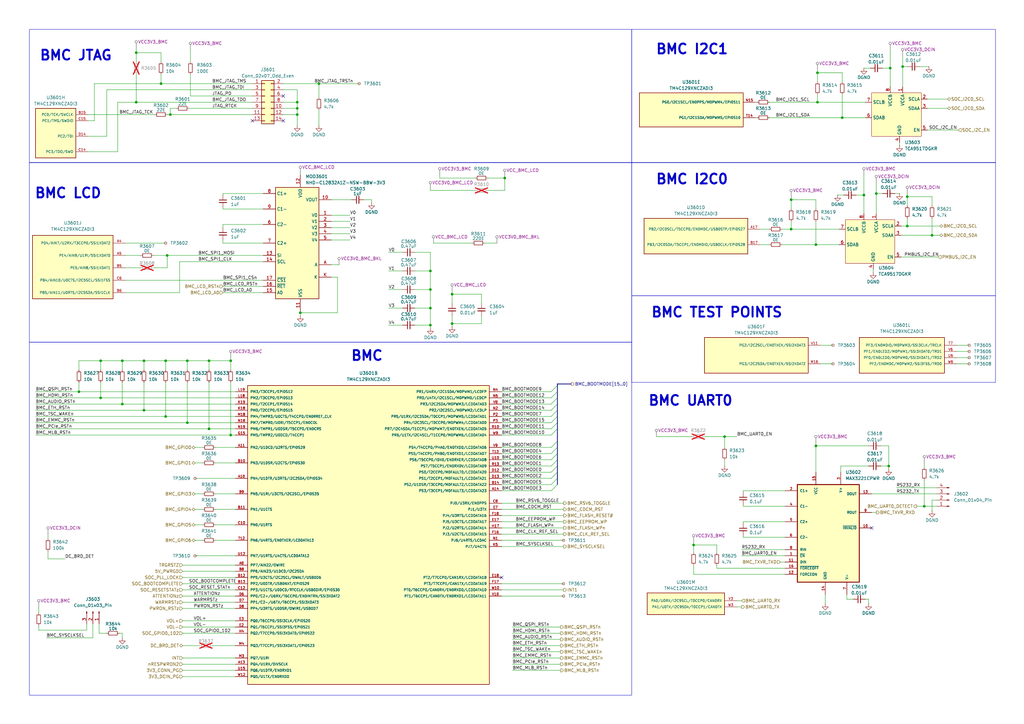
<source format=kicad_sch>
(kicad_sch (version 20250114) (generator "eeschema") (generator_version "9.0")
  (paper "A3")
  (title_block (title "Barre de son (base saine)") (date "2025-05-16") (rev "1.0") (company "NDH"))
  (lib_symbols
    (symbol "Connector:Conn_01x03_Pin" (pin_names (offset 1.016) (hide yes))
      (property "Reference" "J" (at 0 5.08 0))
      (property "Value" "Conn_01x03_Pin" (at 0 -5.08 0))
      (symbol "Conn_01x03_Pin_1_1"
        (pin passive line (at 5.08 2.54 180) (length 3.81) (name "Pin_1") (number "1"))
        (pin passive line (at 5.08 0 180) (length 3.81) (name "Pin_2") (number "2"))
        (pin passive line (at 5.08 -2.54 180) (length 3.81) (name "Pin_3") (number "3"))
      )
    )
    (symbol "Connector:Conn_01x04_Pin" (pin_names (offset 1.016) (hide yes))
      (property "Reference" "J" (at 0 5.08 0))
      (property "Value" "Conn_01x04_Pin" (at 0 -7.62 0))
      (symbol "Conn_01x04_Pin_1_1"
        (pin passive line (at 5.08 2.54 180) (length 3.81) (name "Pin_1") (number "1"))
        (pin passive line (at 5.08 0 180) (length 3.81) (name "Pin_2") (number "2"))
        (pin passive line (at 5.08 -2.54 180) (length 3.81) (name "Pin_3") (number "3"))
        (pin passive line (at 5.08 -5.08 180) (length 3.81) (name "Pin_4") (number "4"))
      )
    )
    (symbol "Connector:TestPoint_Small" (pin_numbers (hide yes)) (pin_names (offset 0.762) (hide yes))
      (property "Reference" "TP" (at 0 3.81 0))
      (property "Value" "TestPoint_Small" (at 0 2.032 0))
      (symbol "TestPoint_Small_1_1"
        (pin passive line (at 0 0 90) (length 0) (name "1") (number "1"))
      )
    )
    (symbol "Connector_Generic:Conn_02x07_Odd_Even" (pin_names (offset 1.016) (hide yes))
      (property "Reference" "J" (at 1.27 10.16 0))
      (property "Value" "Conn_02x07_Odd_Even" (at 1.27 -10.16 0))
      (symbol "Conn_02x07_Odd_Even_1_1"
        (pin passive line (at -5.08 7.62 0) (length 3.81) (name "Pin_1") (number "1"))
        (pin passive line (at -5.08 5.08 0) (length 3.81) (name "Pin_3") (number "3"))
        (pin passive line (at -5.08 2.54 0) (length 3.81) (name "Pin_5") (number "5"))
        (pin passive line (at -5.08 0 0) (length 3.81) (name "Pin_7") (number "7"))
        (pin passive line (at -5.08 -2.54 0) (length 3.81) (name "Pin_9") (number "9"))
        (pin passive line (at -5.08 -5.08 0) (length 3.81) (name "Pin_11") (number "11"))
        (pin passive line (at -5.08 -7.62 0) (length 3.81) (name "Pin_13") (number "13"))
        (pin passive line (at 7.62 7.62 180) (length 3.81) (name "Pin_2") (number "2"))
        (pin passive line (at 7.62 5.08 180) (length 3.81) (name "Pin_4") (number "4"))
        (pin passive line (at 7.62 2.54 180) (length 3.81) (name "Pin_6") (number "6"))
        (pin passive line (at 7.62 0 180) (length 3.81) (name "Pin_8") (number "8"))
        (pin passive line (at 7.62 -2.54 180) (length 3.81) (name "Pin_10") (number "10"))
        (pin passive line (at 7.62 -5.08 180) (length 3.81) (name "Pin_12") (number "12"))
        (pin passive line (at 7.62 -7.62 180) (length 3.81) (name "Pin_14") (number "14"))
      )
    )
    (symbol "Device:C_Small" (pin_numbers (hide yes)) (pin_names (offset 0.254) (hide yes))
      (property "Reference" "C" (at 0.254 1.778 0))
      (property "Value" "C_Small" (at 0.254 -2.032 0))
      (symbol "C_Small_1_1"
        (pin passive line (at 0 2.54 270) (length 2.032) (name "~") (number "1"))
        (pin passive line (at 0 -2.54 90) (length 2.032) (name "~") (number "2"))
      )
    )
    (symbol "Device:R_Small" (pin_numbers (hide yes)) (pin_names (offset 0.254) (hide yes))
      (property "Reference" "R" (at 0.762 0.508 0))
      (property "Value" "R_Small" (at 0.762 -1.016 0))
      (symbol "R_Small_1_1"
        (pin passive line (at 0 2.54 270) (length 0.762) (name "~") (number "1"))
        (pin passive line (at 0 -2.54 90) (length 0.762) (name "~") (number "2"))
      )
    )
    (symbol "Libglobal:MAX3221CPWR" (pin_names (offset 1.016))
      (property "Reference" "U" (at -24.892 26.416 0))
      (property "Value" "MAX3221CPWR" (at -24.892 24.384 0))
      (symbol "MAX3221CPWR_0_0"
        (pin bidirectional line (at -17.78 20.32 0) (length 5.08) (name "C1+") (number "2"))
        (pin bidirectional line (at -17.78 13.97 0) (length 5.08) (name "C1-") (number "4"))
        (pin bidirectional line (at -17.78 7.62 0) (length 5.08) (name "C2+") (number "5"))
        (pin bidirectional line (at -17.78 1.27 0) (length 5.08) (name "C2-") (number "6"))
        (pin input line (at -17.78 -3.81 0) (length 5.08) (name "RIN") (number "8"))
        (pin input line (at -17.78 -6.35 0) (length 5.08) (name "~{EN}") (number "1"))
        (pin input line (at -17.78 -8.89 0) (length 5.08) (name "DIN") (number "11"))
        (pin input line (at -17.78 -11.43 0) (length 5.08) (name "~{FORCEOFF}") (number "16"))
        (pin input line (at -17.78 -13.97 0) (length 5.08) (name "FORCEON") (number "12"))
        (pin power_in line (at -5.08 27.94 270) (length 5.08) (name "VCC") (number "15"))
        (pin power_in line (at -1.27 -22.225 90) (length 5.08) (name "GND") (number "14"))
        (pin power_in line (at 5.08 27.94 270) (length 5.08) (name "V+") (number "3"))
        (pin power_in line (at 7.62 -22.225 90) (length 5.08) (name "V-") (number "7"))
        (pin output line (at 17.78 19.05 180) (length 5.08) (name "DOUT") (number "13"))
        (pin output line (at 17.78 11.43 180) (length 5.08) (name "ROUT") (number "9"))
        (pin output line (at 17.78 5.08 180) (length 5.08) (name "~{INVALID}") (number "10"))
      )
    )
    (symbol "Libglobal:NHD-C12832A1Z-NSW-BBW-3V3"
      (property "Reference" "MOD" (at -25.654 10.16 0))
      (property "Value" "NHD-C12832A1Z-NSW-BBW-3V3" (at -25.654 7.62 0))
      (symbol "NHD-C12832A1Z-NSW-BBW-3V3_1_1"
        (pin passive line (at 0 0 0) (length 5.08) (name "C1+") (number "8"))
        (pin passive line (at 0 -6.35 0) (length 5.08) (name "C1-") (number "9"))
        (pin passive line (at 0 -12.7 0) (length 5.08) (name "C2-") (number "6"))
        (pin passive line (at 0 -20.32 0) (length 5.08) (name "C2+") (number "7"))
        (pin passive line (at 0 -25.4 0) (length 5.08) (name "SI") (number "13"))
        (pin passive line (at 0 -27.94 0) (length 5.08) (name "SCL") (number "14"))
        (pin passive line (at 0 -35.56 0) (length 5.08) (name "~{CS1}") (number "17"))
        (pin passive line (at 0 -38.1 0) (length 5.08) (name "~{RET}") (number "16"))
        (pin passive line (at 0 -40.64 0) (length 5.08) (name "A0") (number "15"))
        (pin passive line (at 15.24 7.62 270) (length 5.08) (name "VDD") (number "12"))
        (pin passive line (at 15.24 -48.26 90) (length 5.08) (name "VSS") (number "11"))
        (pin passive line (at 27.94 -2.54 180) (length 5.08) (name "VOUT") (number "10"))
        (pin passive line (at 27.94 -8.89 180) (length 5.08) (name "V0") (number "1"))
        (pin passive line (at 27.94 -11.43 180) (length 5.08) (name "V1") (number "2"))
        (pin passive line (at 27.94 -13.97 180) (length 5.08) (name "V2") (number "3"))
        (pin passive line (at 27.94 -16.51 180) (length 5.08) (name "V3") (number "4"))
        (pin passive line (at 27.94 -19.05 180) (length 5.08) (name "V4") (number "5"))
        (pin passive line (at 27.94 -29.21 180) (length 5.08) (name "A") (number "A"))
        (pin passive line (at 27.94 -34.29 180) (length 5.08) (name "K") (number "K"))
      )
    )
    (symbol "Libglobal:TCA9517DGKR"
      (property "Reference" "U" (at -11.684 -3.048 0))
      (property "Value" "TCA9517DGKR" (at -11.684 -4.826 0))
      (symbol "TCA9517DGKR_1_1"
        (pin input line (at -11.43 -10.16 0) (length 2.54) (name "SCLB") (number "7"))
        (pin input line (at -11.43 -16.51 0) (length 2.54) (name "SDAB") (number "6"))
        (pin input line (at -1.27 -3.81 270) (length 2.54) (name "VCCB") (number "8"))
        (pin input line (at 2.54 -26.67 90) (length 2.54) (name "GND") (number "4"))
        (pin input line (at 3.81 -3.81 270) (length 2.54) (name "VCCA") (number "1"))
        (pin input line (at 13.97 -8.89 180) (length 2.54) (name "SCLA") (number "2"))
        (pin input line (at 13.97 -12.7 180) (length 2.54) (name "SDAA") (number "3"))
        (pin input line (at 13.97 -21.59 180) (length 2.54) (name "EN") (number "5"))
      )
    )
    (symbol "Libglobal:TM4C129XNCZADI3" (pin_names (offset 1.016))
      (property "Reference" "U" (at -49.784 39.116 0))
      (property "Value" "TM4C129XNCZADI3" (at -49.53 38.354 0))
      (symbol "TM4C129XNCZADI3_1_0"
        (pin bidirectional line (at -54.61 31.75 0) (length 5.08) (name "PB6/I2C6SCL/T6CCP0") (number "F2"))
        (pin bidirectional line (at -54.61 29.21 0) (length 5.08) (name "PB7/I2C6SDA/T6CCP1") (number "F1"))
        (pin bidirectional line (at -54.61 25.4 0) (length 5.08) (name "PC7/C0-/U5TX/EPI0S4") (number "K3"))
        (pin bidirectional line (at -54.61 22.86 0) (length 5.08) (name "PC6/C0+/U5RX/EPI0S5") (number "L2"))
        (pin bidirectional line (at -54.61 20.32 0) (length 5.08) (name "PC5/C1+/U7TX/T7CCP1/RTCCLK/EPI0S6") (number "M1"))
        (pin bidirectional line (at -54.61 17.78 0) (length 5.08) (name "PC4/C1-/U7RX/T7CCP0/EPI0S7") (number "M2"))
        (pin bidirectional line (at -54.61 13.97 0) (length 5.08) (name "PD0/AIN15/I2C7SCL/T0CCP0/C0O/SSI2XDAT1") (number "C2"))
        (pin bidirectional line (at -54.61 11.43 0) (length 5.08) (name "PD1/AIN14/I2C7SDA/T0CCP1/C1O/SSI2XDAT0") (number "C1"))
        (pin bidirectional line (at -54.61 8.89 0) (length 5.08) (name "PD2/AIN13/I2C8SCL/T1CCP0/C2O/SSI2FSS") (number "D2"))
        (pin bidirectional line (at -54.61 6.35 0) (length 5.08) (name "PD3/AIN12/I2C8SDA/T1CCP1/SSI2CLK") (number "D1"))
        (pin bidirectional line (at -54.61 3.81 0) (length 5.08) (name "PD5/AIN6/U2TX/T3CCP1/SSI1XDAT3") (number "B4"))
        (pin bidirectional line (at -54.61 1.27 0) (length 5.08) (name "PD6/AIN5/U2RTS/T4CCP0/USB0EPEN/SSI2XDAT3") (number "B3"))
        (pin bidirectional line (at -54.61 -1.27 0) (length 5.08) (name "PD7/AIN4/U2CTS/T4CCP1/USB0PFLT/NMI/SSI2XDAT2") (number "B2"))
        (pin bidirectional line (at -54.61 -5.08 0) (length 5.08) (name "PE3/AIN0/U1DTR/OWIRE") (number "G2"))
        (pin bidirectional line (at -54.61 -7.62 0) (length 5.08) (name "PE2/AIN1/U1DCD") (number "G1"))
        (pin bidirectional line (at -54.61 -10.16 0) (length 5.08) (name "PE1/AIN2/U1DSR") (number "H2"))
        (pin bidirectional line (at -54.61 -12.7 0) (length 5.08) (name "PE0/AIN3/U1RTS") (number "H3"))
        (pin bidirectional line (at -54.61 -15.24 0) (length 5.08) (name "PE6/AIN20/U0CTS/I2C9SCL") (number "A7"))
        (pin bidirectional line (at -54.61 -17.78 0) (length 5.08) (name "PE7/AIN21/U0RTS/I2C9SDA/NMI") (number "B7"))
        (pin bidirectional line (at -54.61 -21.59 0) (length 5.08) (name "PF4/EN0LED1/M0FAULT0/SSI3XDAT2/TRD3") (number "V7"))
        (pin bidirectional line (at -54.61 -24.13 0) (length 5.08) (name "PF5/SSI3XDAT3") (number "W7"))
        (pin bidirectional line (at -54.61 -26.67 0) (length 5.08) (name "PF6/LCDMCLK") (number "T8"))
        (pin bidirectional line (at -54.61 -29.21 0) (length 5.08) (name "PF7/LCDDATA02") (number "U8"))
        (pin bidirectional line (at 54.61 31.75 180) (length 5.08) (name "PH0/U0RTS/EPI0S0") (number "P4"))
        (pin bidirectional line (at 54.61 29.21 180) (length 5.08) (name "PH1/U0CTS/EPI0S1") (number "R2"))
        (pin bidirectional line (at 54.61 26.67 180) (length 5.08) (name "PH2/U0DCD/EPI0S2") (number "R1"))
        (pin bidirectional line (at 54.61 24.13 180) (length 5.08) (name "PH3/U0DSR/EPI0S3") (number "T1"))
        (pin bidirectional line (at 54.61 21.59 180) (length 5.08) (name "PH5/U0RI/EN0PPS") (number "T2"))
        (pin bidirectional line (at 54.61 19.05 180) (length 5.08) (name "PH6/U5RX/U7RX") (number "U2"))
        (pin bidirectional line (at 54.61 16.51 180) (length 5.08) (name "PH7/U5TX/U7TX") (number "V2"))
        (pin bidirectional line (at 54.61 13.97 180) (length 5.08) (name "PH4/U0DTR") (number "R3"))
        (pin bidirectional line (at 54.61 8.89 180) (length 5.08) (name "PK0/AIN16/U4RX/EPI0S0") (number "J1"))
        (pin bidirectional line (at 54.61 6.35 180) (length 5.08) (name "PK1/AIN17/U4TX/EPI0S1") (number "J2"))
        (pin bidirectional line (at 54.61 3.81 180) (length 5.08) (name "PK2/AIN18/U4RTS/EPI0S2") (number "K1"))
        (pin bidirectional line (at 54.61 1.27 180) (length 5.08) (name "PK3/AIN19/U4CTS/EPI0S3") (number "K2"))
        (pin bidirectional line (at 54.61 -1.27 180) (length 5.08) (name "PK4/I2C3SCL/EN0LED0/M0PWM6/EN0INTRN/EN0RXD3/EPI0S32") (number "U19"))
        (pin bidirectional line (at 54.61 -3.81 180) (length 5.08) (name "PK6/I2C4SCL/EN0LED1/M0FAULT1/EN0TXD2/EPI0S25") (number "V16"))
        (pin bidirectional line (at 54.61 -6.35 180) (length 5.08) (name "PK5/I2C3SDA/EN0LED2/M0PWM7/EN0RXD2/EPI0S31") (number "V17"))
        (pin bidirectional line (at 54.61 -8.89 180) (length 5.08) (name "PK7/U0RI/I2C4SDA/RTCCLK/M0FAULT2/EN0TXD3/EPI0S24") (number "W16"))
        (pin bidirectional line (at 54.61 -12.7 180) (length 5.08) (name "PL6/USB0DP/T1CCP0") (number "C18"))
        (pin bidirectional line (at 54.61 -15.24 180) (length 5.08) (name "PL7/USB0DM/T1CCP1") (number "B18"))
        (pin bidirectional line (at 54.61 -17.78 180) (length 5.08) (name "PL0/I2C2SDA/M0FAULT3/USB0D0/EPI0S16") (number "G16"))
        (pin bidirectional line (at 54.61 -20.32 180) (length 5.08) (name "PL1/I2C2SCL/PHA0/USB0D1/EPI0S17") (number "H19"))
        (pin bidirectional line (at 54.61 -22.86 180) (length 5.08) (name "PL2/C0O/PHB0/USB0D2/EPI0S18") (number "G18"))
        (pin bidirectional line (at 54.61 -25.4 180) (length 5.08) (name "PL3/C1O/IDX0/USB0D3/EPI0S19") (number "J18"))
        (pin bidirectional line (at 54.61 -27.94 180) (length 5.08) (name "PL4/T0CCP0/USB0D4/EPI0S26") (number "H18"))
        (pin bidirectional line (at 54.61 -30.48 180) (length 5.08) (name "PL5/T0CCP1/USB0D5/EPI0S33") (number "G19"))
      )
      (symbol "TM4C129XNCZADI3_2_0"
        (pin bidirectional line (at -54.61 33.02 0) (length 5.08) (name "PM3/T3CCP1/EPI0S12") (number "L19"))
        (pin bidirectional line (at -54.61 30.48 0) (length 5.08) (name "PM2/T3CCP0/EPI0S13") (number "L18"))
        (pin bidirectional line (at -54.61 27.94 0) (length 5.08) (name "PM1/T2CCP1/EPI0S14") (number "K19"))
        (pin bidirectional line (at -54.61 25.4 0) (length 5.08) (name "PM0/T2CCP0/EPI0S15") (number "K18"))
        (pin bidirectional line (at -54.61 22.86 0) (length 5.08) (name "PM4/TMPR3/U0CTS/T4CCP0/EN0RREF_CLK") (number "M18"))
        (pin bidirectional line (at -54.61 20.32 0) (length 5.08) (name "PM7/TMPR0/U0RI/T5CCP1/EN0COL") (number "N18"))
        (pin bidirectional line (at -54.61 17.78 0) (length 5.08) (name "PM6/TMPR1/U0DSR/T5CCP0/EN0CRS") (number "N19"))
        (pin bidirectional line (at -54.61 15.24 0) (length 5.08) (name "PM5/TMPR2/U0DCD/T4CCP1") (number "G15"))
        (pin bidirectional line (at -54.61 10.16 0) (length 5.08) (name "PN2/U1DCD/U2RTS/EPI0S29") (number "A11"))
        (pin bidirectional line (at -54.61 5.08 0) (length 5.08) (name "PN3/U1DSR/U2CTS/EPI0S30") (number "B10"))
        (pin bidirectional line (at -54.61 0 0) (length 5.08) (name "PN4/U1DTR/U3RTS/I2C2SDA/EPI0S34") (number "A10"))
        (pin bidirectional line (at -54.61 -5.08 0) (length 5.08) (name "PN5/U1RI/U3CTS/I2C2SCL/EPI0S35") (number "B9"))
        (pin bidirectional line (at -54.61 -10.16 0) (length 5.08) (name "PN1/U1CTS") (number "B11"))
        (pin bidirectional line (at -54.61 -15.24 0) (length 5.08) (name "PN0/U1RTS") (number "C10"))
        (pin bidirectional line (at -54.61 -20.32 0) (length 5.08) (name "PN6/U4RTS/EN0TXER/LCDDATA13") (number "T12"))
        (pin bidirectional line (at -54.61 -25.4 0) (length 5.08) (name "PN7/U1RTS/U4CTS/LCDDATA12") (number "U12"))
        (pin bidirectional line (at -54.61 -30.48 0) (length 5.08) (name "PP7/AIN22/OWIRE") (number "A8"))
        (pin bidirectional line (at -54.61 -33.02 0) (length 5.08) (name "PP6/AIN23/U1DCD/I2C2SDA") (number "B8"))
        (pin bidirectional line (at -54.61 -35.56 0) (length 5.08) (name "PP5/U3CTS/I2C2SCL/OWALT/USB0D6") (number "B12"))
        (pin bidirectional line (at -54.61 -38.1 0) (length 5.08) (name "PP2/U0DTR/USB0NXT/EPI0S29") (number "B13"))
        (pin bidirectional line (at -54.61 -40.64 0) (length 5.08) (name "PP3/U1CTS/U0DCD/RTCCLK/USB0DIR/EPI0S30") (number "C12"))
        (pin bidirectional line (at -54.61 -43.18 0) (length 5.08) (name "PP0/C2+/U6RX/T6CCP0/EN0INTRN/SSI3XDAT2") (number "D6"))
        (pin bidirectional line (at -54.61 -45.72 0) (length 5.08) (name "PP1/C2-/U6TX/T6CCP1/SSI3XDAT3") (number "D7"))
        (pin bidirectional line (at -54.61 -48.26 0) (length 5.08) (name "PP4/U3RTS/U0DSR/OWIRE/USB0D7") (number "D8"))
        (pin bidirectional line (at -54.61 -53.34 0) (length 5.08) (name "PQ0/T6CCP0/SSI3CLK/EPI0S20") (number "E3"))
        (pin bidirectional line (at -54.61 -55.88 0) (length 5.08) (name "PQ1/T6CCP1/SSI3FSS/EPI0S21") (number "E2"))
        (pin bidirectional line (at -54.61 -60.96 0) (length 5.08) (name "PQ2/T7CCP0/SSI3XDAT0/EPI0S22") (number "H4"))
        (pin bidirectional line (at -54.61 -66.04 0) (length 5.08) (name "PQ3/T7CCP1/SSI3XDAT1/EPI0S23") (number "M4"))
        (pin bidirectional line (at -54.61 -68.58 0) (length 5.08) (name "PQ7/U1RI") (number "M3"))
        (pin bidirectional line (at -54.61 -71.12 0) (length 5.08) (name "PQ4/U1RX/DIVSCLK") (number "A13"))
        (pin bidirectional line (at -54.61 -73.66 0) (length 5.08) (name "PQ6/U1DTR/EN0RXD1") (number "U15"))
        (pin bidirectional line (at -54.61 -76.2 0) (length 5.08) (name "PQ5/U1TX/EN0RXD0") (number "W12"))
        (pin bidirectional line (at 54.61 33.02 180) (length 5.08) (name "PR1/U4RX/I2C1SDA/M0PWM1/LCDFP") (number "N4"))
        (pin bidirectional line (at 54.61 30.48 180) (length 5.08) (name "PR0/U4TX/I2C1SCL/M0PWM0/LCDCP") (number "N5"))
        (pin bidirectional line (at 54.61 27.94 180) (length 5.08) (name "PR3/I2C2SDA/M0PWM3/LCDDATA03") (number "V8"))
        (pin bidirectional line (at 54.61 25.4 180) (length 5.08) (name "PR2/I2C2SCL/M0PWM2/LCDLP") (number "N2"))
        (pin bidirectional line (at 54.61 22.86 180) (length 5.08) (name "PR5/U1RX/I2C3SDA/T0CCP1/M0PWM5/LCDDATA01") (number "P2"))
        (pin bidirectional line (at 54.61 20.32 180) (length 5.08) (name "PR4/I2C3SCL/T0CCP0/M0PWM4/LCDDATA00") (number "P3"))
        (pin bidirectional line (at 54.61 17.78 180) (length 5.08) (name "PR7/I2C4SDA/T1CCP1/M0PWM7/EN0TXEN/LCDDATA05") (number "R10"))
        (pin bidirectional line (at 54.61 15.24 180) (length 5.08) (name "PR6/U1TX/I2C4SCL/T1CCP0/M0PWM6/LCDDATA04") (number "W9"))
        (pin bidirectional line (at 54.61 10.16 180) (length 5.08) (name "PS4/T4CCP0/PHA0/EN0TXD0/LCDDATA06") (number "V9"))
        (pin bidirectional line (at 54.61 7.62 180) (length 5.08) (name "PS5/T4CCP1/PHB0/EN0TXD1/LCDDATA07") (number "T13"))
        (pin bidirectional line (at 54.61 5.08 180) (length 5.08) (name "PS6/T5CCP0/IDX0/EN0RXER/LCDDATA08") (number "U10"))
        (pin bidirectional line (at 54.61 2.54 180) (length 5.08) (name "PS7/T5CCP1/EN0RXDV/LCDDATA09") (number "R13"))
        (pin bidirectional line (at 54.61 0 180) (length 5.08) (name "PS0/T2CCP0/M0FAULT0/LCDDATA20") (number "D12"))
        (pin bidirectional line (at 54.61 -2.54 180) (length 5.08) (name "PS1/T2CCP1/M0FAULT1/LCDDATA21") (number "D13"))
        (pin bidirectional line (at 54.61 -5.08 180) (length 5.08) (name "PS2/U1DSR/T3CCP0/M0FAULT2/LCDDATA22") (number "B14"))
        (pin bidirectional line (at 54.61 -7.62 180) (length 5.08) (name "PS3/T3CCP1/M0FAULT3/LCDDATA23") (number "A14"))
        (pin bidirectional line (at 54.61 -12.7 180) (length 5.08) (name "PJ0/U3RX/EN0PPS") (number "C8"))
        (pin bidirectional line (at 54.61 -15.24 180) (length 5.08) (name "PJ1/U3TX") (number "E7"))
        (pin bidirectional line (at 54.61 -17.78 180) (length 5.08) (name "PJ4/U3RTS/LCDDATA16") (number "F18"))
        (pin bidirectional line (at 54.61 -20.32 180) (length 5.08) (name "PJ5/U3CTS/LCDDATA17") (number "E17"))
        (pin bidirectional line (at 54.61 -22.86 180) (length 5.08) (name "PJ2/U2RTS/LCDDATA14") (number "H17"))
        (pin bidirectional line (at 54.61 -25.4 180) (length 5.08) (name "PJ3/U2CTS/LCDDATA15") (number "F16"))
        (pin bidirectional line (at 54.61 -27.94 180) (length 5.08) (name "PJ6/U4RTS/LCDAC") (number "N1"))
        (pin bidirectional line (at 54.61 -30.48 180) (length 5.08) (name "PJ7/U4CTS") (number "K5"))
        (pin bidirectional line (at 54.61 -43.18 180) (length 5.08) (name "PT2/T7CCP0/CAN1RX/LCDDATA18") (number "E18"))
        (pin bidirectional line (at 54.61 -45.72 180) (length 5.08) (name "PT3/T7CCP1/CAN1TX/LCDDATA19") (number "F17"))
        (pin bidirectional line (at 54.61 -48.26 180) (length 5.08) (name "PT0/T6CCP0/CAN0RX/EN0RXD0/LCDDATA10") (number "W10"))
        (pin bidirectional line (at 54.61 -50.8 180) (length 5.08) (name "PT1/T6CCP1/CAN0TX/EN0RXD1/LCDDATA11") (number "V10"))
      )
      (symbol "TM4C129XNCZADI3_3_0"
        (pin bidirectional line (at -54.61 33.02 0) (length 5.08) (name "EN0RXIP") (number "W13"))
        (pin bidirectional line (at -54.61 30.48 0) (length 5.08) (name "EN0RXIN") (number "V13"))
        (pin bidirectional line (at -54.61 27.94 0) (length 5.08) (name "EN0TXOP") (number "V15"))
        (pin bidirectional line (at -54.61 25.4 0) (length 5.08) (name "EN0TXON") (number "V14"))
        (pin passive line (at -54.61 21.59 0) (length 5.08) (name "RBIAS") (number "W15"))
        (pin no_connect line (at -54.61 17.78 0) (length 5.08) (name "NC1") (number "C5"))
        (pin no_connect line (at -54.61 15.24 0) (length 5.08) (name "NC2") (number "E13"))
        (pin no_connect line (at -54.61 12.7 0) (length 5.08) (name "NC3") (number "V18"))
        (pin no_connect line (at -54.61 10.16 0) (length 5.08) (name "NC4") (number "V19"))
        (pin no_connect line (at -54.61 7.62 0) (length 5.08) (name "NC5") (number "W18"))
        (pin no_connect line (at -54.61 5.08 0) (length 5.08) (name "NC6") (number "W19"))
        (pin input clock (at -19.05 33.02 180) (length 5.08) (name "OSC0") (number "E19"))
        (pin output clock (at -19.05 25.4 180) (length 5.08) (name "OSC1") (number "D19"))
        (pin output line (at -19.05 20.32 180) (length 5.08) (name "~{HIB}") (number "M17"))
        (pin input line (at -19.05 17.78 180) (length 5.08) (name "~{RST}") (number "P18"))
        (pin input line (at -19.05 15.24 180) (length 5.08) (name "~{WAKE}") (number "U18"))
        (pin input clock (at -19.05 10.16 180) (length 5.08) (name "XOSC0") (number "T18"))
        (pin output clock (at -19.05 7.62 180) (length 5.08) (name "XOSC1") (number "T19"))
      )
      (symbol "TM4C129XNCZADI3_4_0"
        (pin bidirectional line (at -1.27 31.75 180) (length 5.08) (name "PB2/I2C0SCL/T5CCP0/EN0MDC/USB0STP/EPI0S27") (number "A17"))
        (pin bidirectional line (at -1.27 25.4 180) (length 5.08) (name "PB3/I2C0SDA/T5CCP1/EN0MDIO/USB0CLK/EPI0S28") (number "B17"))
      )
      (symbol "TM4C129XNCZADI3_5_0"
        (pin bidirectional line (at -1.27 31.75 180) (length 5.08) (name "PG0/I2C1SCL/EN0PPS/M0PWM4/EPI0S11") (number "N15"))
        (pin bidirectional line (at -1.27 24.13 180) (length 5.08) (name "PG1/I2C1SDA/M0PWM5/EPI0S10") (number "T14"))
      )
      (symbol "TM4C129XNCZADI3_6_0"
        (pin bidirectional line (at -1.905 33.02 180) (length 5.08) (name "PG2/I2C2SCL/EN0TXCK/SSI2XDAT3") (number "V11"))
        (pin bidirectional line (at -1.905 25.4 180) (length 5.08) (name "PG3/I2C2SDA/EN0TXEN/SSI2XDAT2") (number "M16"))
      )
      (symbol "TM4C129XNCZADI3_7_0"
        (pin bidirectional line (at 13.97 31.75 180) (length 5.08) (name "PA7/U2TX/I2C6SDA/T3CCP1/USB0PFLT/USB0EPEN/SSI0DAT3/EPI0S9") (number "R7"))
        (pin bidirectional line (at 13.97 24.13 180) (length 5.08) (name "PA6/U2RX/I2C6SCL/T3CCP0/USB0EPEN/SSI0XDAT2/ENORXCK/EPI0S8") (number "V5"))
      )
      (symbol "TM4C129XNCZADI3_8_0"
        (pin bidirectional line (at -27.94 33.02 180) (length 5.08) (name "PC0/TCK/SWCLK") (number "B15"))
        (pin bidirectional line (at -27.94 30.48 180) (length 5.08) (name "PC1/TMS/SWDIO") (number "C15"))
        (pin bidirectional line (at -27.94 24.13 180) (length 5.08) (name "PC2/TDI") (number "D14"))
        (pin bidirectional line (at -27.94 17.78 180) (length 5.08) (name "PC3/TDO/SWO") (number "C14"))
      )
      (symbol "TM4C129XNCZADI3_9_0"
        (pin bidirectional line (at -11.43 33.02 180) (length 5.08) (name "PA2/U4RX/I2C8SCL/T1CCP0/SSI0CLK") (number "T6"))
        (pin bidirectional line (at -11.43 27.94 180) (length 5.08) (name "PA3/U4TX/I2C8SDA/TICCP1/SSI0FSS") (number "U5"))
        (pin bidirectional line (at -11.43 22.86 180) (length 5.08) (name "PA4/U3RX/I2C7SCL/T2CCP0/SSI0XDAT0") (number "V4"))
        (pin bidirectional line (at -11.43 17.78 180) (length 5.08) (name "PA5/U3TX/I2C7SDA/T2CCP1/SSI0XDAT1") (number "W4"))
      )
      (symbol "TM4C129XNCZADI3_10_0"
        (pin bidirectional line (at -11.43 33.02 180) (length 5.08) (name "PD4/AIN7/U2RX/T3CCP0/SSI1XDAT2") (number "A4"))
        (pin bidirectional line (at -11.43 27.94 180) (length 5.08) (name "PE4/AIN9/U1RI/SSI1XDAT0") (number "A5"))
        (pin bidirectional line (at -11.43 22.86 180) (length 5.08) (name "PE5/AIN8/SSI1XDAT1") (number "B5"))
        (pin bidirectional line (at -11.43 17.78 180) (length 5.08) (name "PB4/AIN10/U0CTS/I2C5SCL/SSI1FSS") (number "C6"))
        (pin bidirectional line (at -11.43 12.7 180) (length 5.08) (name "PB5/AIN11/U0RTS/I2C5SDA/SSI1CLK") (number "B6"))
      )
      (symbol "TM4C129XNCZADI3_11_0"
        (pin bidirectional line (at -2.54 33.02 180) (length 5.08) (name "PG4/U0CTS/I2C3SCL/OWIRE/EN0TXD0/SSI2XDAT1") (number "K17"))
        (pin bidirectional line (at -2.54 30.48 180) (length 5.08) (name "PG5/U0RTS/I2C3SDA/OWALT/EN0TXD1/SSI2XDAT0") (number "K15"))
        (pin bidirectional line (at -2.54 27.94 180) (length 5.08) (name "PG6/I2C4SCL/OWIRE/EN0RXER/SSI2FSS") (number "V12"))
        (pin bidirectional line (at -2.54 25.4 180) (length 5.08) (name "PG7/I2C4SDA/OWIRE/EN0RXDV/SSI2CLK") (number "U14"))
      )
      (symbol "TM4C129XNCZADI3_12_0"
        (pin bidirectional line (at -10.16 33.02 180) (length 5.08) (name "PF3/EN0MDIO/M0PWM3/SSI3CLK/TRCLK") (number "T7"))
        (pin bidirectional line (at -10.16 30.48 180) (length 5.08) (name "PF1/EN0LED2/M0PWM1/SSI3XDAT0/TRD1") (number "V6"))
        (pin bidirectional line (at -10.16 27.94 180) (length 5.08) (name "PF0/EN0LED0/M0PWM0/SSI3XDAT1/TRD2") (number "U6"))
        (pin bidirectional line (at -10.16 25.4 180) (length 5.08) (name "PF2/EN0MDC/M0PWM2/SSI3FSS/TRD0") (number "W6"))
      )
      (symbol "TM4C129XNCZADI3_13_0"
        (pin bidirectional line (at -12.7 33.02 180) (length 5.08) (name "PA0/U0RX/I2C9SCL/T0CCP0/CAN0RX") (number "V3"))
        (pin bidirectional line (at -12.7 30.48 180) (length 5.08) (name "PA1/U0TX/I2C9SDA/T0CCP1/CAN0TX") (number "W3"))
      )
      (symbol "TM4C129XNCZADI3_14_0"
        (pin bidirectional line (at -3.81 33.02 180) (length 5.08) (name "PB0/USB0ID/U1RX/I2C5SCL/T4CCP0/CAN1RX") (number "A16"))
        (pin bidirectional line (at -3.81 25.4 180) (length 5.08) (name "PB1/USB0VBUS/U1TX/I2C5SDA/T4CCP1/CAN1TX") (number "B16"))
      )
      (symbol "TM4C129XNCZADI3_15_0"
        (pin power_in line (at -27.94 40.64 270) (length 5.08) (name "VDD") (number "G10"))
        (pin power_in line (at -27.94 2.54 90) (length 5.08) (name "GND") (number "A1"))
        (pin power_in line (at -25.4 40.64 270) (length 5.08) (name "VDD") (number "H9"))
        (pin power_in line (at -25.4 2.54 90) (length 5.08) (name "GND") (number "A2"))
        (pin power_in line (at -22.86 40.64 270) (length 5.08) (name "VDD") (number "J8"))
        (pin power_in line (at -22.86 2.54 90) (length 5.08) (name "GND") (number "A18"))
        (pin power_in line (at -20.32 40.64 270) (length 5.08) (name "VDD") (number "J9"))
        (pin power_in line (at -20.32 2.54 90) (length 5.08) (name "GND") (number "A19"))
        (pin power_in line (at -17.78 40.64 270) (length 5.08) (name "VDD") (number "J10"))
        (pin power_in line (at -17.78 2.54 90) (length 5.08) (name "GND") (number "B1"))
        (pin power_in line (at -15.24 40.64 270) (length 5.08) (name "VDD") (number "K7"))
        (pin power_in line (at -15.24 2.54 90) (length 5.08) (name "GND") (number "B19"))
        (pin power_in line (at -12.7 40.64 270) (length 5.08) (name "VDD") (number "K8"))
        (pin power_in line (at -12.7 2.54 90) (length 5.08) (name "GND") (number "F10"))
        (pin power_in line (at -10.16 40.64 270) (length 5.08) (name "VDD") (number "K11"))
        (pin power_in line (at -10.16 2.54 90) (length 5.08) (name "GND") (number "H10"))
        (pin power_in line (at -7.62 40.64 270) (length 5.08) (name "VDD") (number "K12"))
        (pin power_in line (at -7.62 2.54 90) (length 5.08) (name "GND") (number "H11"))
        (pin power_in line (at -5.08 40.64 270) (length 5.08) (name "VDD") (number "L10"))
        (pin power_in line (at -5.08 2.54 90) (length 5.08) (name "GND") (number "H12"))
        (pin power_in line (at -2.54 40.64 270) (length 5.08) (name "VDD") (number "L11"))
        (pin power_in line (at -2.54 2.54 90) (length 5.08) (name "GND") (number "J11"))
        (pin power_in line (at 0 40.64 270) (length 5.08) (name "VDD") (number "L12"))
        (pin power_in line (at 0 2.54 90) (length 5.08) (name "GND") (number "J12"))
        (pin power_in line (at 2.54 40.64 270) (length 5.08) (name "VDD") (number "M11"))
        (pin power_in line (at 2.54 2.54 90) (length 5.08) (name "GND") (number "K6"))
        (pin power_in line (at 5.08 40.64 270) (length 5.08) (name "VDD") (number "M12"))
        (pin power_in line (at 5.08 2.54 90) (length 5.08) (name "GND") (number "K9"))
        (pin power_in line (at 7.62 40.64 270) (length 5.08) (name "VDD") (number "N16"))
        (pin power_in line (at 7.62 2.54 90) (length 5.08) (name "GND") (number "K10"))
        (pin power_in line (at 10.16 40.64 270) (length 5.08) (name "VDD") (number "P10"))
        (pin power_in line (at 10.16 2.54 90) (length 5.08) (name "GND") (number "K13"))
        (pin power_in line (at 12.7 40.64 270) (length 5.08) (name "VDD") (number "P17"))
        (pin power_in line (at 12.7 2.54 90) (length 5.08) (name "GND") (number "K14"))
        (pin power_in line (at 15.24 2.54 90) (length 5.08) (name "GND") (number "L8"))
        (pin power_in line (at 17.78 2.54 90) (length 5.08) (name "GND") (number "L9"))
        (pin power_in line (at 20.32 40.64 270) (length 5.08) (name "VDDC") (number "H16"))
        (pin power_in line (at 20.32 2.54 90) (length 5.08) (name "GND") (number "M8"))
        (pin power_in line (at 22.86 40.64 270) (length 5.08) (name "VDDC") (number "E10"))
        (pin power_in line (at 22.86 2.54 90) (length 5.08) (name "GND") (number "M9"))
        (pin power_in line (at 25.4 2.54 90) (length 5.08) (name "GND") (number "M10"))
        (pin power_in line (at 27.94 2.54 90) (length 5.08) (name "GND") (number "N10"))
        (pin power_in line (at 29.21 40.64 270) (length 5.08) (name "VDDA") (number "F3"))
        (pin power_in line (at 30.48 2.54 90) (length 5.08) (name "GND") (number "P16"))
        (pin power_in line (at 33.02 2.54 90) (length 5.08) (name "GND") (number "R17"))
        (pin input line (at 34.29 40.64 270) (length 5.08) (name "VREFA+") (number "F4"))
        (pin power_in line (at 35.56 2.54 90) (length 5.08) (name "GND") (number "V1"))
        (pin input line (at 36.83 40.64 270) (length 5.08) (name "VREFA-") (number "G5"))
        (pin power_in line (at 38.1 2.54 90) (length 5.08) (name "GND") (number "W1"))
        (pin power_in line (at 40.64 2.54 90) (length 5.08) (name "GND") (number "W2"))
        (pin power_in line (at 43.18 40.64 270) (length 5.08) (name "VBAT") (number "P19"))
        (pin power_in line (at 46.99 2.54 90) (length 5.08) (name "GNDA") (number "G4"))
        (pin power_in line (at 53.34 2.54 90) (length 5.08) (name "GNDX") (number "R18"))
        (pin power_in line (at 55.88 2.54 90) (length 5.08) (name "GNDX2") (number "D18"))
      )
    )
    (symbol "TM4C129XNCZADI3_1" (pin_names (offset 1.016))
      (property "Reference" "U" (at -49.784 39.116 0))
      (property "Value" "TM4C129XNCZADI3" (at -49.53 38.354 0))
      (symbol "TM4C129XNCZADI3_1_1_0"
        (pin bidirectional line (at -54.61 31.75 0) (length 5.08) (name "PB6/I2C6SCL/T6CCP0") (number "F2"))
        (pin bidirectional line (at -54.61 29.21 0) (length 5.08) (name "PB7/I2C6SDA/T6CCP1") (number "F1"))
        (pin bidirectional line (at -54.61 25.4 0) (length 5.08) (name "PC7/C0-/U5TX/EPI0S4") (number "K3"))
        (pin bidirectional line (at -54.61 22.86 0) (length 5.08) (name "PC6/C0+/U5RX/EPI0S5") (number "L2"))
        (pin bidirectional line (at -54.61 20.32 0) (length 5.08) (name "PC5/C1+/U7TX/T7CCP1/RTCCLK/EPI0S6") (number "M1"))
        (pin bidirectional line (at -54.61 17.78 0) (length 5.08) (name "PC4/C1-/U7RX/T7CCP0/EPI0S7") (number "M2"))
        (pin bidirectional line (at -54.61 13.97 0) (length 5.08) (name "PD0/AIN15/I2C7SCL/T0CCP0/C0O/SSI2XDAT1") (number "C2"))
        (pin bidirectional line (at -54.61 11.43 0) (length 5.08) (name "PD1/AIN14/I2C7SDA/T0CCP1/C1O/SSI2XDAT0") (number "C1"))
        (pin bidirectional line (at -54.61 8.89 0) (length 5.08) (name "PD2/AIN13/I2C8SCL/T1CCP0/C2O/SSI2FSS") (number "D2"))
        (pin bidirectional line (at -54.61 6.35 0) (length 5.08) (name "PD3/AIN12/I2C8SDA/T1CCP1/SSI2CLK") (number "D1"))
        (pin bidirectional line (at -54.61 3.81 0) (length 5.08) (name "PD5/AIN6/U2TX/T3CCP1/SSI1XDAT3") (number "B4"))
        (pin bidirectional line (at -54.61 1.27 0) (length 5.08) (name "PD6/AIN5/U2RTS/T4CCP0/USB0EPEN/SSI2XDAT3") (number "B3"))
        (pin bidirectional line (at -54.61 -1.27 0) (length 5.08) (name "PD7/AIN4/U2CTS/T4CCP1/USB0PFLT/NMI/SSI2XDAT2") (number "B2"))
        (pin bidirectional line (at -54.61 -5.08 0) (length 5.08) (name "PE3/AIN0/U1DTR/OWIRE") (number "G2"))
        (pin bidirectional line (at -54.61 -7.62 0) (length 5.08) (name "PE2/AIN1/U1DCD") (number "G1"))
        (pin bidirectional line (at -54.61 -10.16 0) (length 5.08) (name "PE1/AIN2/U1DSR") (number "H2"))
        (pin bidirectional line (at -54.61 -12.7 0) (length 5.08) (name "PE0/AIN3/U1RTS") (number "H3"))
        (pin bidirectional line (at -54.61 -15.24 0) (length 5.08) (name "PE6/AIN20/U0CTS/I2C9SCL") (number "A7"))
        (pin bidirectional line (at -54.61 -17.78 0) (length 5.08) (name "PE7/AIN21/U0RTS/I2C9SDA/NMI") (number "B7"))
        (pin bidirectional line (at -54.61 -21.59 0) (length 5.08) (name "PF4/EN0LED1/M0FAULT0/SSI3XDAT2/TRD3") (number "V7"))
        (pin bidirectional line (at -54.61 -24.13 0) (length 5.08) (name "PF5/SSI3XDAT3") (number "W7"))
        (pin bidirectional line (at -54.61 -26.67 0) (length 5.08) (name "PF6/LCDMCLK") (number "T8"))
        (pin bidirectional line (at -54.61 -29.21 0) (length 5.08) (name "PF7/LCDDATA02") (number "U8"))
        (pin bidirectional line (at 54.61 31.75 180) (length 5.08) (name "PH0/U0RTS/EPI0S0") (number "P4"))
        (pin bidirectional line (at 54.61 29.21 180) (length 5.08) (name "PH1/U0CTS/EPI0S1") (number "R2"))
        (pin bidirectional line (at 54.61 26.67 180) (length 5.08) (name "PH2/U0DCD/EPI0S2") (number "R1"))
        (pin bidirectional line (at 54.61 24.13 180) (length 5.08) (name "PH3/U0DSR/EPI0S3") (number "T1"))
        (pin bidirectional line (at 54.61 21.59 180) (length 5.08) (name "PH5/U0RI/EN0PPS") (number "T2"))
        (pin bidirectional line (at 54.61 19.05 180) (length 5.08) (name "PH6/U5RX/U7RX") (number "U2"))
        (pin bidirectional line (at 54.61 16.51 180) (length 5.08) (name "PH7/U5TX/U7TX") (number "V2"))
        (pin bidirectional line (at 54.61 13.97 180) (length 5.08) (name "PH4/U0DTR") (number "R3"))
        (pin bidirectional line (at 54.61 8.89 180) (length 5.08) (name "PK0/AIN16/U4RX/EPI0S0") (number "J1"))
        (pin bidirectional line (at 54.61 6.35 180) (length 5.08) (name "PK1/AIN17/U4TX/EPI0S1") (number "J2"))
        (pin bidirectional line (at 54.61 3.81 180) (length 5.08) (name "PK2/AIN18/U4RTS/EPI0S2") (number "K1"))
        (pin bidirectional line (at 54.61 1.27 180) (length 5.08) (name "PK3/AIN19/U4CTS/EPI0S3") (number "K2"))
        (pin bidirectional line (at 54.61 -1.27 180) (length 5.08) (name "PK4/I2C3SCL/EN0LED0/M0PWM6/EN0INTRN/EN0RXD3/EPI0S32") (number "U19"))
        (pin bidirectional line (at 54.61 -3.81 180) (length 5.08) (name "PK6/I2C4SCL/EN0LED1/M0FAULT1/EN0TXD2/EPI0S25") (number "V16"))
        (pin bidirectional line (at 54.61 -6.35 180) (length 5.08) (name "PK5/I2C3SDA/EN0LED2/M0PWM7/EN0RXD2/EPI0S31") (number "V17"))
        (pin bidirectional line (at 54.61 -8.89 180) (length 5.08) (name "PK7/U0RI/I2C4SDA/RTCCLK/M0FAULT2/EN0TXD3/EPI0S24") (number "W16"))
        (pin bidirectional line (at 54.61 -12.7 180) (length 5.08) (name "PL6/USB0DP/T1CCP0") (number "C18"))
        (pin bidirectional line (at 54.61 -15.24 180) (length 5.08) (name "PL7/USB0DM/T1CCP1") (number "B18"))
        (pin bidirectional line (at 54.61 -17.78 180) (length 5.08) (name "PL0/I2C2SDA/M0FAULT3/USB0D0/EPI0S16") (number "G16"))
        (pin bidirectional line (at 54.61 -20.32 180) (length 5.08) (name "PL1/I2C2SCL/PHA0/USB0D1/EPI0S17") (number "H19"))
        (pin bidirectional line (at 54.61 -22.86 180) (length 5.08) (name "PL2/C0O/PHB0/USB0D2/EPI0S18") (number "G18"))
        (pin bidirectional line (at 54.61 -25.4 180) (length 5.08) (name "PL3/C1O/IDX0/USB0D3/EPI0S19") (number "J18"))
        (pin bidirectional line (at 54.61 -27.94 180) (length 5.08) (name "PL4/T0CCP0/USB0D4/EPI0S26") (number "H18"))
        (pin bidirectional line (at 54.61 -30.48 180) (length 5.08) (name "PL5/T0CCP1/USB0D5/EPI0S33") (number "G19"))
      )
      (symbol "TM4C129XNCZADI3_1_2_0"
        (pin bidirectional line (at -54.61 33.02 0) (length 5.08) (name "PM3/T3CCP1/EPI0S12") (number "L19"))
        (pin bidirectional line (at -54.61 30.48 0) (length 5.08) (name "PM2/T3CCP0/EPI0S13") (number "L18"))
        (pin bidirectional line (at -54.61 27.94 0) (length 5.08) (name "PM1/T2CCP1/EPI0S14") (number "K19"))
        (pin bidirectional line (at -54.61 25.4 0) (length 5.08) (name "PM0/T2CCP0/EPI0S15") (number "K18"))
        (pin bidirectional line (at -54.61 22.86 0) (length 5.08) (name "PM4/TMPR3/U0CTS/T4CCP0/EN0RREF_CLK") (number "M18"))
        (pin bidirectional line (at -54.61 20.32 0) (length 5.08) (name "PM7/TMPR0/U0RI/T5CCP1/EN0COL") (number "N18"))
        (pin bidirectional line (at -54.61 17.78 0) (length 5.08) (name "PM6/TMPR1/U0DSR/T5CCP0/EN0CRS") (number "N19"))
        (pin bidirectional line (at -54.61 15.24 0) (length 5.08) (name "PM5/TMPR2/U0DCD/T4CCP1") (number "G15"))
        (pin bidirectional line (at -54.61 10.16 0) (length 5.08) (name "PN2/U1DCD/U2RTS/EPI0S29") (number "A11"))
        (pin bidirectional line (at -54.61 5.08 0) (length 5.08) (name "PN3/U1DSR/U2CTS/EPI0S30") (number "B10"))
        (pin bidirectional line (at -54.61 0 0) (length 5.08) (name "PN4/U1DTR/U3RTS/I2C2SDA/EPI0S34") (number "A10"))
        (pin bidirectional line (at -54.61 -5.08 0) (length 5.08) (name "PN5/U1RI/U3CTS/I2C2SCL/EPI0S35") (number "B9"))
        (pin bidirectional line (at -54.61 -10.16 0) (length 5.08) (name "PN1/U1CTS") (number "B11"))
        (pin bidirectional line (at -54.61 -15.24 0) (length 5.08) (name "PN0/U1RTS") (number "C10"))
        (pin bidirectional line (at -54.61 -20.32 0) (length 5.08) (name "PN6/U4RTS/EN0TXER/LCDDATA13") (number "T12"))
        (pin bidirectional line (at -54.61 -25.4 0) (length 5.08) (name "PN7/U1RTS/U4CTS/LCDDATA12") (number "U12"))
        (pin bidirectional line (at -54.61 -30.48 0) (length 5.08) (name "PP7/AIN22/OWIRE") (number "A8"))
        (pin bidirectional line (at -54.61 -33.02 0) (length 5.08) (name "PP6/AIN23/U1DCD/I2C2SDA") (number "B8"))
        (pin bidirectional line (at -54.61 -35.56 0) (length 5.08) (name "PP5/U3CTS/I2C2SCL/OWALT/USB0D6") (number "B12"))
        (pin bidirectional line (at -54.61 -38.1 0) (length 5.08) (name "PP2/U0DTR/USB0NXT/EPI0S29") (number "B13"))
        (pin bidirectional line (at -54.61 -40.64 0) (length 5.08) (name "PP3/U1CTS/U0DCD/RTCCLK/USB0DIR/EPI0S30") (number "C12"))
        (pin bidirectional line (at -54.61 -43.18 0) (length 5.08) (name "PP0/C2+/U6RX/T6CCP0/EN0INTRN/SSI3XDAT2") (number "D6"))
        (pin bidirectional line (at -54.61 -45.72 0) (length 5.08) (name "PP1/C2-/U6TX/T6CCP1/SSI3XDAT3") (number "D7"))
        (pin bidirectional line (at -54.61 -48.26 0) (length 5.08) (name "PP4/U3RTS/U0DSR/OWIRE/USB0D7") (number "D8"))
        (pin bidirectional line (at -54.61 -53.34 0) (length 5.08) (name "PQ0/T6CCP0/SSI3CLK/EPI0S20") (number "E3"))
        (pin bidirectional line (at -54.61 -55.88 0) (length 5.08) (name "PQ1/T6CCP1/SSI3FSS/EPI0S21") (number "E2"))
        (pin bidirectional line (at -54.61 -60.96 0) (length 5.08) (name "PQ2/T7CCP0/SSI3XDAT0/EPI0S22") (number "H4"))
        (pin bidirectional line (at -54.61 -66.04 0) (length 5.08) (name "PQ3/T7CCP1/SSI3XDAT1/EPI0S23") (number "M4"))
        (pin bidirectional line (at -54.61 -68.58 0) (length 5.08) (name "PQ7/U1RI") (number "M3"))
        (pin bidirectional line (at -54.61 -71.12 0) (length 5.08) (name "PQ4/U1RX/DIVSCLK") (number "A13"))
        (pin bidirectional line (at -54.61 -73.66 0) (length 5.08) (name "PQ6/U1DTR/EN0RXD1") (number "U15"))
        (pin bidirectional line (at -54.61 -76.2 0) (length 5.08) (name "PQ5/U1TX/EN0RXD0") (number "W12"))
        (pin bidirectional line (at 54.61 33.02 180) (length 5.08) (name "PR1/U4RX/I2C1SDA/M0PWM1/LCDFP") (number "N4"))
        (pin bidirectional line (at 54.61 30.48 180) (length 5.08) (name "PR0/U4TX/I2C1SCL/M0PWM0/LCDCP") (number "N5"))
        (pin bidirectional line (at 54.61 27.94 180) (length 5.08) (name "PR3/I2C2SDA/M0PWM3/LCDDATA03") (number "V8"))
        (pin bidirectional line (at 54.61 25.4 180) (length 5.08) (name "PR2/I2C2SCL/M0PWM2/LCDLP") (number "N2"))
        (pin bidirectional line (at 54.61 22.86 180) (length 5.08) (name "PR5/U1RX/I2C3SDA/T0CCP1/M0PWM5/LCDDATA01") (number "P2"))
        (pin bidirectional line (at 54.61 20.32 180) (length 5.08) (name "PR4/I2C3SCL/T0CCP0/M0PWM4/LCDDATA00") (number "P3"))
        (pin bidirectional line (at 54.61 17.78 180) (length 5.08) (name "PR7/I2C4SDA/T1CCP1/M0PWM7/EN0TXEN/LCDDATA05") (number "R10"))
        (pin bidirectional line (at 54.61 15.24 180) (length 5.08) (name "PR6/U1TX/I2C4SCL/T1CCP0/M0PWM6/LCDDATA04") (number "W9"))
        (pin bidirectional line (at 54.61 10.16 180) (length 5.08) (name "PS4/T4CCP0/PHA0/EN0TXD0/LCDDATA06") (number "V9"))
        (pin bidirectional line (at 54.61 7.62 180) (length 5.08) (name "PS5/T4CCP1/PHB0/EN0TXD1/LCDDATA07") (number "T13"))
        (pin bidirectional line (at 54.61 5.08 180) (length 5.08) (name "PS6/T5CCP0/IDX0/EN0RXER/LCDDATA08") (number "U10"))
        (pin bidirectional line (at 54.61 2.54 180) (length 5.08) (name "PS7/T5CCP1/EN0RXDV/LCDDATA09") (number "R13"))
        (pin bidirectional line (at 54.61 0 180) (length 5.08) (name "PS0/T2CCP0/M0FAULT0/LCDDATA20") (number "D12"))
        (pin bidirectional line (at 54.61 -2.54 180) (length 5.08) (name "PS1/T2CCP1/M0FAULT1/LCDDATA21") (number "D13"))
        (pin bidirectional line (at 54.61 -5.08 180) (length 5.08) (name "PS2/U1DSR/T3CCP0/M0FAULT2/LCDDATA22") (number "B14"))
        (pin bidirectional line (at 54.61 -7.62 180) (length 5.08) (name "PS3/T3CCP1/M0FAULT3/LCDDATA23") (number "A14"))
        (pin bidirectional line (at 54.61 -12.7 180) (length 5.08) (name "PJ0/U3RX/EN0PPS") (number "C8"))
        (pin bidirectional line (at 54.61 -15.24 180) (length 5.08) (name "PJ1/U3TX") (number "E7"))
        (pin bidirectional line (at 54.61 -17.78 180) (length 5.08) (name "PJ4/U3RTS/LCDDATA16") (number "F18"))
        (pin bidirectional line (at 54.61 -20.32 180) (length 5.08) (name "PJ5/U3CTS/LCDDATA17") (number "E17"))
        (pin bidirectional line (at 54.61 -22.86 180) (length 5.08) (name "PJ2/U2RTS/LCDDATA14") (number "H17"))
        (pin bidirectional line (at 54.61 -25.4 180) (length 5.08) (name "PJ3/U2CTS/LCDDATA15") (number "F16"))
        (pin bidirectional line (at 54.61 -27.94 180) (length 5.08) (name "PJ6/U4RTS/LCDAC") (number "N1"))
        (pin bidirectional line (at 54.61 -30.48 180) (length 5.08) (name "PJ7/U4CTS") (number "K5"))
        (pin bidirectional line (at 54.61 -43.18 180) (length 5.08) (name "PT2/T7CCP0/CAN1RX/LCDDATA18") (number "E18"))
        (pin bidirectional line (at 54.61 -45.72 180) (length 5.08) (name "PT3/T7CCP1/CAN1TX/LCDDATA19") (number "F17"))
        (pin bidirectional line (at 54.61 -48.26 180) (length 5.08) (name "PT0/T6CCP0/CAN0RX/EN0RXD0/LCDDATA10") (number "W10"))
        (pin bidirectional line (at 54.61 -50.8 180) (length 5.08) (name "PT1/T6CCP1/CAN0TX/EN0RXD1/LCDDATA11") (number "V10"))
      )
      (symbol "TM4C129XNCZADI3_1_3_0"
        (pin bidirectional line (at -54.61 33.02 0) (length 5.08) (name "EN0RXIP") (number "W13"))
        (pin bidirectional line (at -54.61 30.48 0) (length 5.08) (name "EN0RXIN") (number "V13"))
        (pin bidirectional line (at -54.61 27.94 0) (length 5.08) (name "EN0TXOP") (number "V15"))
        (pin bidirectional line (at -54.61 25.4 0) (length 5.08) (name "EN0TXON") (number "V14"))
        (pin passive line (at -54.61 21.59 0) (length 5.08) (name "RBIAS") (number "W15"))
        (pin no_connect line (at -54.61 17.78 0) (length 5.08) (name "NC1") (number "C5"))
        (pin no_connect line (at -54.61 15.24 0) (length 5.08) (name "NC2") (number "E13"))
        (pin no_connect line (at -54.61 12.7 0) (length 5.08) (name "NC3") (number "V18"))
        (pin no_connect line (at -54.61 10.16 0) (length 5.08) (name "NC4") (number "V19"))
        (pin no_connect line (at -54.61 7.62 0) (length 5.08) (name "NC5") (number "W18"))
        (pin no_connect line (at -54.61 5.08 0) (length 5.08) (name "NC6") (number "W19"))
        (pin input clock (at -19.05 33.02 180) (length 5.08) (name "OSC0") (number "E19"))
        (pin output clock (at -19.05 25.4 180) (length 5.08) (name "OSC1") (number "D19"))
        (pin output line (at -19.05 20.32 180) (length 5.08) (name "~{HIB}") (number "M17"))
        (pin input line (at -19.05 17.78 180) (length 5.08) (name "~{RST}") (number "P18"))
        (pin input line (at -19.05 15.24 180) (length 5.08) (name "~{WAKE}") (number "U18"))
        (pin input clock (at -19.05 10.16 180) (length 5.08) (name "XOSC0") (number "T18"))
        (pin output clock (at -19.05 7.62 180) (length 5.08) (name "XOSC1") (number "T19"))
      )
      (symbol "TM4C129XNCZADI3_1_4_0"
        (pin bidirectional line (at -1.27 31.75 180) (length 5.08) (name "PB2/I2C0SCL/T5CCP0/EN0MDC/USB0STP/EPI0S27") (number "A17"))
        (pin bidirectional line (at -1.27 25.4 180) (length 5.08) (name "PB3/I2C0SDA/T5CCP1/EN0MDIO/USB0CLK/EPI0S28") (number "B17"))
      )
      (symbol "TM4C129XNCZADI3_1_5_0"
        (pin bidirectional line (at -1.27 31.75 180) (length 5.08) (name "PG0/I2C1SCL/EN0PPS/M0PWM4/EPI0S11") (number "N15"))
        (pin bidirectional line (at -1.27 25.4 180) (length 5.08) (name "PG1/I2C1SDA/M0PWM5/EPI0S10") (number "T14"))
      )
      (symbol "TM4C129XNCZADI3_1_6_0"
        (pin bidirectional line (at -1.905 33.02 180) (length 5.08) (name "PG2/I2C2SCL/EN0TXCK/SSI2XDAT3") (number "V11"))
        (pin bidirectional line (at -1.905 25.4 180) (length 5.08) (name "PG3/I2C2SDA/EN0TXEN/SSI2XDAT2") (number "M16"))
      )
      (symbol "TM4C129XNCZADI3_1_7_0"
        (pin bidirectional line (at 13.97 31.75 180) (length 5.08) (name "PA7/U2TX/I2C6SDA/T3CCP1/USB0PFLT/USB0EPEN/SSI0DAT3/EPI0S9") (number "R7"))
        (pin bidirectional line (at 13.97 24.13 180) (length 5.08) (name "PA6/U2RX/I2C6SCL/T3CCP0/USB0EPEN/SSI0XDAT2/ENORXCK/EPI0S8") (number "V5"))
      )
      (symbol "TM4C129XNCZADI3_1_8_0"
        (pin bidirectional line (at -27.94 33.02 180) (length 5.08) (name "PC0/TCK/SWCLK") (number "B15"))
        (pin bidirectional line (at -27.94 30.48 180) (length 5.08) (name "PC1/TMS/SWDIO") (number "C15"))
        (pin bidirectional line (at -27.94 24.13 180) (length 5.08) (name "PC2/TDI") (number "D14"))
        (pin bidirectional line (at -27.94 17.78 180) (length 5.08) (name "PC3/TDO/SWO") (number "C14"))
      )
      (symbol "TM4C129XNCZADI3_1_9_0"
        (pin bidirectional line (at -11.43 33.02 180) (length 5.08) (name "PA2/U4RX/I2C8SCL/T1CCP0/SSI0CLK") (number "T6"))
        (pin bidirectional line (at -11.43 27.94 180) (length 5.08) (name "PA3/U4TX/I2C8SDA/TICCP1/SSI0FSS") (number "U5"))
        (pin bidirectional line (at -11.43 22.86 180) (length 5.08) (name "PA4/U3RX/I2C7SCL/T2CCP0/SSI0XDAT0") (number "V4"))
        (pin bidirectional line (at -11.43 17.78 180) (length 5.08) (name "PA5/U3TX/I2C7SDA/T2CCP1/SSI0XDAT1") (number "W4"))
      )
      (symbol "TM4C129XNCZADI3_1_10_0"
        (pin bidirectional line (at -11.43 33.02 180) (length 5.08) (name "PD4/AIN7/U2RX/T3CCP0/SSI1XDAT2") (number "A4"))
        (pin bidirectional line (at -11.43 27.94 180) (length 5.08) (name "PE4/AIN9/U1RI/SSI1XDAT0") (number "A5"))
        (pin bidirectional line (at -11.43 22.86 180) (length 5.08) (name "PE5/AIN8/SSI1XDAT1") (number "B5"))
        (pin bidirectional line (at -11.43 17.78 180) (length 5.08) (name "PB4/AIN10/U0CTS/I2C5SCL/SSI1FSS") (number "C6"))
        (pin bidirectional line (at -11.43 12.7 180) (length 5.08) (name "PB5/AIN11/U0RTS/I2C5SDA/SSI1CLK") (number "B6"))
      )
      (symbol "TM4C129XNCZADI3_1_11_0"
        (pin bidirectional line (at -2.54 33.02 180) (length 5.08) (name "PG4/U0CTS/I2C3SCL/OWIRE/EN0TXD0/SSI2XDAT1") (number "K17"))
        (pin bidirectional line (at -2.54 30.48 180) (length 5.08) (name "PG5/U0RTS/I2C3SDA/OWALT/EN0TXD1/SSI2XDAT0") (number "K15"))
        (pin bidirectional line (at -2.54 27.94 180) (length 5.08) (name "PG6/I2C4SCL/OWIRE/EN0RXER/SSI2FSS") (number "V12"))
        (pin bidirectional line (at -2.54 25.4 180) (length 5.08) (name "PG7/I2C4SDA/OWIRE/EN0RXDV/SSI2CLK") (number "U14"))
      )
      (symbol "TM4C129XNCZADI3_1_12_0"
        (pin bidirectional line (at -10.16 33.02 180) (length 5.08) (name "PF3/EN0MDIO/M0PWM3/SSI3CLK/TRCLK") (number "T7"))
        (pin bidirectional line (at -10.16 30.48 180) (length 5.08) (name "PF1/EN0LED2/M0PWM1/SSI3XDAT0/TRD1") (number "V6"))
        (pin bidirectional line (at -10.16 27.94 180) (length 5.08) (name "PF0/EN0LED0/M0PWM0/SSI3XDAT1/TRD2") (number "U6"))
        (pin bidirectional line (at -10.16 25.4 180) (length 5.08) (name "PF2/EN0MDC/M0PWM2/SSI3FSS/TRD0") (number "W6"))
      )
      (symbol "TM4C129XNCZADI3_1_13_0"
        (pin bidirectional line (at -12.7 33.02 180) (length 5.08) (name "PA0/U0RX/I2C9SCL/T0CCP0/CAN0RX") (number "V3"))
        (pin bidirectional line (at -12.7 30.48 180) (length 5.08) (name "PA1/U0TX/I2C9SDA/T0CCP1/CAN0TX") (number "W3"))
      )
      (symbol "TM4C129XNCZADI3_1_14_0"
        (pin bidirectional line (at -3.81 33.02 180) (length 5.08) (name "PB0/USB0ID/U1RX/I2C5SCL/T4CCP0/CAN1RX") (number "A16"))
        (pin bidirectional line (at -3.81 25.4 180) (length 5.08) (name "PB1/USB0VBUS/U1TX/I2C5SDA/T4CCP1/CAN1TX") (number "B16"))
      )
      (symbol "TM4C129XNCZADI3_1_15_0"
        (pin power_in line (at -27.94 40.64 270) (length 5.08) (name "VDD") (number "G10"))
        (pin power_in line (at -27.94 2.54 90) (length 5.08) (name "GND") (number "A1"))
        (pin power_in line (at -25.4 40.64 270) (length 5.08) (name "VDD") (number "H9"))
        (pin power_in line (at -25.4 2.54 90) (length 5.08) (name "GND") (number "A2"))
        (pin power_in line (at -22.86 40.64 270) (length 5.08) (name "VDD") (number "J8"))
        (pin power_in line (at -22.86 2.54 90) (length 5.08) (name "GND") (number "A18"))
        (pin power_in line (at -20.32 40.64 270) (length 5.08) (name "VDD") (number "J9"))
        (pin power_in line (at -20.32 2.54 90) (length 5.08) (name "GND") (number "A19"))
        (pin power_in line (at -17.78 40.64 270) (length 5.08) (name "VDD") (number "J10"))
        (pin power_in line (at -17.78 2.54 90) (length 5.08) (name "GND") (number "B1"))
        (pin power_in line (at -15.24 40.64 270) (length 5.08) (name "VDD") (number "K7"))
        (pin power_in line (at -15.24 2.54 90) (length 5.08) (name "GND") (number "B19"))
        (pin power_in line (at -12.7 40.64 270) (length 5.08) (name "VDD") (number "K8"))
        (pin power_in line (at -12.7 2.54 90) (length 5.08) (name "GND") (number "F10"))
        (pin power_in line (at -10.16 40.64 270) (length 5.08) (name "VDD") (number "K11"))
        (pin power_in line (at -10.16 2.54 90) (length 5.08) (name "GND") (number "H10"))
        (pin power_in line (at -7.62 40.64 270) (length 5.08) (name "VDD") (number "K12"))
        (pin power_in line (at -7.62 2.54 90) (length 5.08) (name "GND") (number "H11"))
        (pin power_in line (at -5.08 40.64 270) (length 5.08) (name "VDD") (number "L10"))
        (pin power_in line (at -5.08 2.54 90) (length 5.08) (name "GND") (number "H12"))
        (pin power_in line (at -2.54 40.64 270) (length 5.08) (name "VDD") (number "L11"))
        (pin power_in line (at -2.54 2.54 90) (length 5.08) (name "GND") (number "J11"))
        (pin power_in line (at 0 40.64 270) (length 5.08) (name "VDD") (number "L12"))
        (pin power_in line (at 0 2.54 90) (length 5.08) (name "GND") (number "J12"))
        (pin power_in line (at 2.54 40.64 270) (length 5.08) (name "VDD") (number "M11"))
        (pin power_in line (at 2.54 2.54 90) (length 5.08) (name "GND") (number "K6"))
        (pin power_in line (at 5.08 40.64 270) (length 5.08) (name "VDD") (number "M12"))
        (pin power_in line (at 5.08 2.54 90) (length 5.08) (name "GND") (number "K9"))
        (pin power_in line (at 7.62 40.64 270) (length 5.08) (name "VDD") (number "N16"))
        (pin power_in line (at 7.62 2.54 90) (length 5.08) (name "GND") (number "K10"))
        (pin power_in line (at 10.16 40.64 270) (length 5.08) (name "VDD") (number "P10"))
        (pin power_in line (at 10.16 2.54 90) (length 5.08) (name "GND") (number "K13"))
        (pin power_in line (at 12.7 40.64 270) (length 5.08) (name "VDD") (number "P17"))
        (pin power_in line (at 12.7 2.54 90) (length 5.08) (name "GND") (number "K14"))
        (pin power_in line (at 15.24 2.54 90) (length 5.08) (name "GND") (number "L8"))
        (pin power_in line (at 17.78 2.54 90) (length 5.08) (name "GND") (number "L9"))
        (pin power_in line (at 20.32 40.64 270) (length 5.08) (name "VDDC") (number "H16"))
        (pin power_in line (at 20.32 2.54 90) (length 5.08) (name "GND") (number "M8"))
        (pin power_in line (at 22.86 40.64 270) (length 5.08) (name "VDDC") (number "E10"))
        (pin power_in line (at 22.86 2.54 90) (length 5.08) (name "GND") (number "M9"))
        (pin power_in line (at 25.4 2.54 90) (length 5.08) (name "GND") (number "M10"))
        (pin power_in line (at 27.94 2.54 90) (length 5.08) (name "GND") (number "N10"))
        (pin power_in line (at 29.21 40.64 270) (length 5.08) (name "VDDA") (number "F3"))
        (pin power_in line (at 30.48 2.54 90) (length 5.08) (name "GND") (number "P16"))
        (pin power_in line (at 33.02 2.54 90) (length 5.08) (name "GND") (number "R17"))
        (pin input line (at 34.29 40.64 270) (length 5.08) (name "VREFA+") (number "F4"))
        (pin power_in line (at 35.56 2.54 90) (length 5.08) (name "GND") (number "V1"))
        (pin input line (at 36.83 40.64 270) (length 5.08) (name "VREFA-") (number "G5"))
        (pin power_in line (at 38.1 2.54 90) (length 5.08) (name "GND") (number "W1"))
        (pin power_in line (at 40.64 2.54 90) (length 5.08) (name "GND") (number "W2"))
        (pin power_in line (at 43.18 40.64 270) (length 5.08) (name "VBAT") (number "P19"))
        (pin power_in line (at 46.99 2.54 90) (length 5.08) (name "GNDA") (number "G4"))
        (pin power_in line (at 53.34 2.54 90) (length 5.08) (name "GNDX") (number "R18"))
        (pin power_in line (at 55.88 2.54 90) (length 5.08) (name "GNDX2") (number "D18"))
      )
    )
    (symbol "TM4C129XNCZADI3_2" (pin_names (offset 1.016))
      (property "Reference" "U" (at -49.784 39.116 0))
      (property "Value" "TM4C129XNCZADI3" (at -49.53 38.354 0))
      (symbol "TM4C129XNCZADI3_2_1_0"
        (pin bidirectional line (at -54.61 31.75 0) (length 5.08) (name "PB6/I2C6SCL/T6CCP0") (number "F2"))
        (pin bidirectional line (at -54.61 29.21 0) (length 5.08) (name "PB7/I2C6SDA/T6CCP1") (number "F1"))
        (pin bidirectional line (at -54.61 25.4 0) (length 5.08) (name "PC7/C0-/U5TX/EPI0S4") (number "K3"))
        (pin bidirectional line (at -54.61 22.86 0) (length 5.08) (name "PC6/C0+/U5RX/EPI0S5") (number "L2"))
        (pin bidirectional line (at -54.61 20.32 0) (length 5.08) (name "PC5/C1+/U7TX/T7CCP1/RTCCLK/EPI0S6") (number "M1"))
        (pin bidirectional line (at -54.61 17.78 0) (length 5.08) (name "PC4/C1-/U7RX/T7CCP0/EPI0S7") (number "M2"))
        (pin bidirectional line (at -54.61 13.97 0) (length 5.08) (name "PD0/AIN15/I2C7SCL/T0CCP0/C0O/SSI2XDAT1") (number "C2"))
        (pin bidirectional line (at -54.61 11.43 0) (length 5.08) (name "PD1/AIN14/I2C7SDA/T0CCP1/C1O/SSI2XDAT0") (number "C1"))
        (pin bidirectional line (at -54.61 8.89 0) (length 5.08) (name "PD2/AIN13/I2C8SCL/T1CCP0/C2O/SSI2FSS") (number "D2"))
        (pin bidirectional line (at -54.61 6.35 0) (length 5.08) (name "PD3/AIN12/I2C8SDA/T1CCP1/SSI2CLK") (number "D1"))
        (pin bidirectional line (at -54.61 3.81 0) (length 5.08) (name "PD5/AIN6/U2TX/T3CCP1/SSI1XDAT3") (number "B4"))
        (pin bidirectional line (at -54.61 1.27 0) (length 5.08) (name "PD6/AIN5/U2RTS/T4CCP0/USB0EPEN/SSI2XDAT3") (number "B3"))
        (pin bidirectional line (at -54.61 -1.27 0) (length 5.08) (name "PD7/AIN4/U2CTS/T4CCP1/USB0PFLT/NMI/SSI2XDAT2") (number "B2"))
        (pin bidirectional line (at -54.61 -5.08 0) (length 5.08) (name "PE3/AIN0/U1DTR/OWIRE") (number "G2"))
        (pin bidirectional line (at -54.61 -7.62 0) (length 5.08) (name "PE2/AIN1/U1DCD") (number "G1"))
        (pin bidirectional line (at -54.61 -10.16 0) (length 5.08) (name "PE1/AIN2/U1DSR") (number "H2"))
        (pin bidirectional line (at -54.61 -12.7 0) (length 5.08) (name "PE0/AIN3/U1RTS") (number "H3"))
        (pin bidirectional line (at -54.61 -15.24 0) (length 5.08) (name "PE6/AIN20/U0CTS/I2C9SCL") (number "A7"))
        (pin bidirectional line (at -54.61 -17.78 0) (length 5.08) (name "PE7/AIN21/U0RTS/I2C9SDA/NMI") (number "B7"))
        (pin bidirectional line (at -54.61 -21.59 0) (length 5.08) (name "PF4/EN0LED1/M0FAULT0/SSI3XDAT2/TRD3") (number "V7"))
        (pin bidirectional line (at -54.61 -24.13 0) (length 5.08) (name "PF5/SSI3XDAT3") (number "W7"))
        (pin bidirectional line (at -54.61 -26.67 0) (length 5.08) (name "PF6/LCDMCLK") (number "T8"))
        (pin bidirectional line (at -54.61 -29.21 0) (length 5.08) (name "PF7/LCDDATA02") (number "U8"))
        (pin bidirectional line (at 54.61 31.75 180) (length 5.08) (name "PH0/U0RTS/EPI0S0") (number "P4"))
        (pin bidirectional line (at 54.61 29.21 180) (length 5.08) (name "PH1/U0CTS/EPI0S1") (number "R2"))
        (pin bidirectional line (at 54.61 26.67 180) (length 5.08) (name "PH2/U0DCD/EPI0S2") (number "R1"))
        (pin bidirectional line (at 54.61 24.13 180) (length 5.08) (name "PH3/U0DSR/EPI0S3") (number "T1"))
        (pin bidirectional line (at 54.61 21.59 180) (length 5.08) (name "PH5/U0RI/EN0PPS") (number "T2"))
        (pin bidirectional line (at 54.61 19.05 180) (length 5.08) (name "PH6/U5RX/U7RX") (number "U2"))
        (pin bidirectional line (at 54.61 16.51 180) (length 5.08) (name "PH7/U5TX/U7TX") (number "V2"))
        (pin bidirectional line (at 54.61 13.97 180) (length 5.08) (name "PH4/U0DTR") (number "R3"))
        (pin bidirectional line (at 54.61 8.89 180) (length 5.08) (name "PK0/AIN16/U4RX/EPI0S0") (number "J1"))
        (pin bidirectional line (at 54.61 6.35 180) (length 5.08) (name "PK1/AIN17/U4TX/EPI0S1") (number "J2"))
        (pin bidirectional line (at 54.61 3.81 180) (length 5.08) (name "PK2/AIN18/U4RTS/EPI0S2") (number "K1"))
        (pin bidirectional line (at 54.61 1.27 180) (length 5.08) (name "PK3/AIN19/U4CTS/EPI0S3") (number "K2"))
        (pin bidirectional line (at 54.61 -1.27 180) (length 5.08) (name "PK4/I2C3SCL/EN0LED0/M0PWM6/EN0INTRN/EN0RXD3/EPI0S32") (number "U19"))
        (pin bidirectional line (at 54.61 -3.81 180) (length 5.08) (name "PK6/I2C4SCL/EN0LED1/M0FAULT1/EN0TXD2/EPI0S25") (number "V16"))
        (pin bidirectional line (at 54.61 -6.35 180) (length 5.08) (name "PK5/I2C3SDA/EN0LED2/M0PWM7/EN0RXD2/EPI0S31") (number "V17"))
        (pin bidirectional line (at 54.61 -8.89 180) (length 5.08) (name "PK7/U0RI/I2C4SDA/RTCCLK/M0FAULT2/EN0TXD3/EPI0S24") (number "W16"))
        (pin bidirectional line (at 54.61 -12.7 180) (length 5.08) (name "PL6/USB0DP/T1CCP0") (number "C18"))
        (pin bidirectional line (at 54.61 -15.24 180) (length 5.08) (name "PL7/USB0DM/T1CCP1") (number "B18"))
        (pin bidirectional line (at 54.61 -17.78 180) (length 5.08) (name "PL0/I2C2SDA/M0FAULT3/USB0D0/EPI0S16") (number "G16"))
        (pin bidirectional line (at 54.61 -20.32 180) (length 5.08) (name "PL1/I2C2SCL/PHA0/USB0D1/EPI0S17") (number "H19"))
        (pin bidirectional line (at 54.61 -22.86 180) (length 5.08) (name "PL2/C0O/PHB0/USB0D2/EPI0S18") (number "G18"))
        (pin bidirectional line (at 54.61 -25.4 180) (length 5.08) (name "PL3/C1O/IDX0/USB0D3/EPI0S19") (number "J18"))
        (pin bidirectional line (at 54.61 -27.94 180) (length 5.08) (name "PL4/T0CCP0/USB0D4/EPI0S26") (number "H18"))
        (pin bidirectional line (at 54.61 -30.48 180) (length 5.08) (name "PL5/T0CCP1/USB0D5/EPI0S33") (number "G19"))
      )
      (symbol "TM4C129XNCZADI3_2_2_0"
        (pin bidirectional line (at -54.61 33.02 0) (length 5.08) (name "PM3/T3CCP1/EPI0S12") (number "L19"))
        (pin bidirectional line (at -54.61 30.48 0) (length 5.08) (name "PM2/T3CCP0/EPI0S13") (number "L18"))
        (pin bidirectional line (at -54.61 27.94 0) (length 5.08) (name "PM1/T2CCP1/EPI0S14") (number "K19"))
        (pin bidirectional line (at -54.61 25.4 0) (length 5.08) (name "PM0/T2CCP0/EPI0S15") (number "K18"))
        (pin bidirectional line (at -54.61 22.86 0) (length 5.08) (name "PM4/TMPR3/U0CTS/T4CCP0/EN0RREF_CLK") (number "M18"))
        (pin bidirectional line (at -54.61 20.32 0) (length 5.08) (name "PM7/TMPR0/U0RI/T5CCP1/EN0COL") (number "N18"))
        (pin bidirectional line (at -54.61 17.78 0) (length 5.08) (name "PM6/TMPR1/U0DSR/T5CCP0/EN0CRS") (number "N19"))
        (pin bidirectional line (at -54.61 15.24 0) (length 5.08) (name "PM5/TMPR2/U0DCD/T4CCP1") (number "G15"))
        (pin bidirectional line (at -54.61 10.16 0) (length 5.08) (name "PN2/U1DCD/U2RTS/EPI0S29") (number "A11"))
        (pin bidirectional line (at -54.61 3.81 0) (length 5.08) (name "PN3/U1DSR/U2CTS/EPI0S30") (number "B10"))
        (pin bidirectional line (at -54.61 -2.54 0) (length 5.08) (name "PN4/U1DTR/U3RTS/I2C2SDA/EPI0S34") (number "A10"))
        (pin bidirectional line (at -54.61 -8.89 0) (length 5.08) (name "PN5/U1RI/U3CTS/I2C2SCL/EPI0S35") (number "B9"))
        (pin bidirectional line (at -54.61 -15.24 0) (length 5.08) (name "PN1/U1CTS") (number "B11"))
        (pin bidirectional line (at -54.61 -21.59 0) (length 5.08) (name "PN0/U1RTS") (number "C10"))
        (pin bidirectional line (at -54.61 -27.94 0) (length 5.08) (name "PN6/U4RTS/EN0TXER/LCDDATA13") (number "T12"))
        (pin bidirectional line (at -54.61 -34.29 0) (length 5.08) (name "PN7/U1RTS/U4CTS/LCDDATA12") (number "U12"))
        (pin bidirectional line (at -54.61 -38.1 0) (length 5.08) (name "PP7/AIN22/OWIRE") (number "A8"))
        (pin bidirectional line (at -54.61 -40.64 0) (length 5.08) (name "PP6/AIN23/U1DCD/I2C2SDA") (number "B8"))
        (pin bidirectional line (at -54.61 -43.18 0) (length 5.08) (name "PP5/U3CTS/I2C2SCL/OWALT/USB0D6") (number "B12"))
        (pin bidirectional line (at -54.61 -45.72 0) (length 5.08) (name "PP2/U0DTR/USB0NXT/EPI0S29") (number "B13"))
        (pin bidirectional line (at -54.61 -48.26 0) (length 5.08) (name "PP3/U1CTS/U0DCD/RTCCLK/USB0DIR/EPI0S30") (number "C12"))
        (pin bidirectional line (at -54.61 -50.8 0) (length 5.08) (name "PP0/C2+/U6RX/T6CCP0/EN0INTRN/SSI3XDAT2") (number "D6"))
        (pin bidirectional line (at -54.61 -53.34 0) (length 5.08) (name "PP1/C2-/U6TX/T6CCP1/SSI3XDAT3") (number "D7"))
        (pin bidirectional line (at -54.61 -55.88 0) (length 5.08) (name "PP4/U3RTS/U0DSR/OWIRE/USB0D7") (number "D8"))
        (pin bidirectional line (at -54.61 -60.96 0) (length 5.08) (name "PQ0/T6CCP0/SSI3CLK/EPI0S20") (number "E3"))
        (pin bidirectional line (at -54.61 -63.5 0) (length 5.08) (name "PQ1/T6CCP1/SSI3FSS/EPI0S21") (number "E2"))
        (pin bidirectional line (at -54.61 -66.04 0) (length 5.08) (name "PQ2/T7CCP0/SSI3XDAT0/EPI0S22") (number "H4"))
        (pin bidirectional line (at -54.61 -71.12 0) (length 5.08) (name "PQ3/T7CCP1/SSI3XDAT1/EPI0S23") (number "M4"))
        (pin bidirectional line (at -54.61 -76.2 0) (length 5.08) (name "PQ7/U1RI") (number "M3"))
        (pin bidirectional line (at -54.61 -78.74 0) (length 5.08) (name "PQ4/U1RX/DIVSCLK") (number "A13"))
        (pin bidirectional line (at -54.61 -81.28 0) (length 5.08) (name "PQ6/U1DTR/EN0RXD1") (number "U15"))
        (pin bidirectional line (at -54.61 -83.82 0) (length 5.08) (name "PQ5/U1TX/EN0RXD0") (number "W12"))
        (pin bidirectional line (at 54.61 33.02 180) (length 5.08) (name "PR1/U4RX/I2C1SDA/M0PWM1/LCDFP") (number "N4"))
        (pin bidirectional line (at 54.61 30.48 180) (length 5.08) (name "PR0/U4TX/I2C1SCL/M0PWM0/LCDCP") (number "N5"))
        (pin bidirectional line (at 54.61 27.94 180) (length 5.08) (name "PR3/I2C2SDA/M0PWM3/LCDDATA03") (number "V8"))
        (pin bidirectional line (at 54.61 25.4 180) (length 5.08) (name "PR2/I2C2SCL/M0PWM2/LCDLP") (number "N2"))
        (pin bidirectional line (at 54.61 22.86 180) (length 5.08) (name "PR5/U1RX/I2C3SDA/T0CCP1/M0PWM5/LCDDATA01") (number "P2"))
        (pin bidirectional line (at 54.61 20.32 180) (length 5.08) (name "PR4/I2C3SCL/T0CCP0/M0PWM4/LCDDATA00") (number "P3"))
        (pin bidirectional line (at 54.61 17.78 180) (length 5.08) (name "PR7/I2C4SDA/T1CCP1/M0PWM7/EN0TXEN/LCDDATA05") (number "R10"))
        (pin bidirectional line (at 54.61 15.24 180) (length 5.08) (name "PR6/U1TX/I2C4SCL/T1CCP0/M0PWM6/LCDDATA04") (number "W9"))
        (pin bidirectional line (at 54.61 10.16 180) (length 5.08) (name "PS4/T4CCP0/PHA0/EN0TXD0/LCDDATA06") (number "V9"))
        (pin bidirectional line (at 54.61 7.62 180) (length 5.08) (name "PS5/T4CCP1/PHB0/EN0TXD1/LCDDATA07") (number "T13"))
        (pin bidirectional line (at 54.61 5.08 180) (length 5.08) (name "PS6/T5CCP0/IDX0/EN0RXER/LCDDATA08") (number "U10"))
        (pin bidirectional line (at 54.61 2.54 180) (length 5.08) (name "PS7/T5CCP1/EN0RXDV/LCDDATA09") (number "R13"))
        (pin bidirectional line (at 54.61 0 180) (length 5.08) (name "PS0/T2CCP0/M0FAULT0/LCDDATA20") (number "D12"))
        (pin bidirectional line (at 54.61 -2.54 180) (length 5.08) (name "PS1/T2CCP1/M0FAULT1/LCDDATA21") (number "D13"))
        (pin bidirectional line (at 54.61 -5.08 180) (length 5.08) (name "PS2/U1DSR/T3CCP0/M0FAULT2/LCDDATA22") (number "B14"))
        (pin bidirectional line (at 54.61 -7.62 180) (length 5.08) (name "PS3/T3CCP1/M0FAULT3/LCDDATA23") (number "A14"))
        (pin bidirectional line (at 54.61 -12.7 180) (length 5.08) (name "PJ0/U3RX/EN0PPS") (number "C8"))
        (pin bidirectional line (at 54.61 -15.24 180) (length 5.08) (name "PJ1/U3TX") (number "E7"))
        (pin bidirectional line (at 54.61 -17.78 180) (length 5.08) (name "PJ4/U3RTS/LCDDATA16") (number "F18"))
        (pin bidirectional line (at 54.61 -20.32 180) (length 5.08) (name "PJ5/U3CTS/LCDDATA17") (number "E17"))
        (pin bidirectional line (at 54.61 -22.86 180) (length 5.08) (name "PJ2/U2RTS/LCDDATA14") (number "H17"))
        (pin bidirectional line (at 54.61 -25.4 180) (length 5.08) (name "PJ3/U2CTS/LCDDATA15") (number "F16"))
        (pin bidirectional line (at 54.61 -27.94 180) (length 5.08) (name "PJ6/U4RTS/LCDAC") (number "N1"))
        (pin bidirectional line (at 54.61 -30.48 180) (length 5.08) (name "PJ7/U4CTS") (number "K5"))
        (pin bidirectional line (at 54.61 -43.18 180) (length 5.08) (name "PT2/T7CCP0/CAN1RX/LCDDATA18") (number "E18"))
        (pin bidirectional line (at 54.61 -45.72 180) (length 5.08) (name "PT3/T7CCP1/CAN1TX/LCDDATA19") (number "F17"))
        (pin bidirectional line (at 54.61 -48.26 180) (length 5.08) (name "PT0/T6CCP0/CAN0RX/EN0RXD0/LCDDATA10") (number "W10"))
        (pin bidirectional line (at 54.61 -50.8 180) (length 5.08) (name "PT1/T6CCP1/CAN0TX/EN0RXD1/LCDDATA11") (number "V10"))
      )
      (symbol "TM4C129XNCZADI3_2_3_0"
        (pin bidirectional line (at -54.61 33.02 0) (length 5.08) (name "EN0RXIP") (number "W13"))
        (pin bidirectional line (at -54.61 30.48 0) (length 5.08) (name "EN0RXIN") (number "V13"))
        (pin bidirectional line (at -54.61 27.94 0) (length 5.08) (name "EN0TXOP") (number "V15"))
        (pin bidirectional line (at -54.61 25.4 0) (length 5.08) (name "EN0TXON") (number "V14"))
        (pin passive line (at -54.61 21.59 0) (length 5.08) (name "RBIAS") (number "W15"))
        (pin no_connect line (at -54.61 17.78 0) (length 5.08) (name "NC1") (number "C5"))
        (pin no_connect line (at -54.61 15.24 0) (length 5.08) (name "NC2") (number "E13"))
        (pin no_connect line (at -54.61 12.7 0) (length 5.08) (name "NC3") (number "V18"))
        (pin no_connect line (at -54.61 10.16 0) (length 5.08) (name "NC4") (number "V19"))
        (pin no_connect line (at -54.61 7.62 0) (length 5.08) (name "NC5") (number "W18"))
        (pin no_connect line (at -54.61 5.08 0) (length 5.08) (name "NC6") (number "W19"))
        (pin input clock (at -19.05 33.02 180) (length 5.08) (name "OSC0") (number "E19"))
        (pin output clock (at -19.05 25.4 180) (length 5.08) (name "OSC1") (number "D19"))
        (pin output line (at -19.05 20.32 180) (length 5.08) (name "~{HIB}") (number "M17"))
        (pin input line (at -19.05 17.78 180) (length 5.08) (name "~{RST}") (number "P18"))
        (pin input line (at -19.05 15.24 180) (length 5.08) (name "~{WAKE}") (number "U18"))
        (pin input clock (at -19.05 10.16 180) (length 5.08) (name "XOSC0") (number "T18"))
        (pin output clock (at -19.05 7.62 180) (length 5.08) (name "XOSC1") (number "T19"))
      )
      (symbol "TM4C129XNCZADI3_2_4_0"
        (pin bidirectional line (at -1.27 31.75 180) (length 5.08) (name "PB2/I2C0SCL/T5CCP0/EN0MDC/USB0STP/EPI0S27") (number "A17"))
        (pin bidirectional line (at -1.27 25.4 180) (length 5.08) (name "PB3/I2C0SDA/T5CCP1/EN0MDIO/USB0CLK/EPI0S28") (number "B17"))
      )
      (symbol "TM4C129XNCZADI3_2_5_0"
        (pin bidirectional line (at -1.27 31.75 180) (length 5.08) (name "PG0/I2C1SCL/EN0PPS/M0PWM4/EPI0S11") (number "N15"))
        (pin bidirectional line (at -1.27 25.4 180) (length 5.08) (name "PG1/I2C1SDA/M0PWM5/EPI0S10") (number "T14"))
      )
      (symbol "TM4C129XNCZADI3_2_6_0"
        (pin bidirectional line (at -1.905 33.02 180) (length 5.08) (name "PG2/I2C2SCL/EN0TXCK/SSI2XDAT3") (number "V11"))
        (pin bidirectional line (at -1.905 25.4 180) (length 5.08) (name "PG3/I2C2SDA/EN0TXEN/SSI2XDAT2") (number "M16"))
      )
      (symbol "TM4C129XNCZADI3_2_7_0"
        (pin bidirectional line (at 13.97 31.75 180) (length 5.08) (name "PA7/U2TX/I2C6SDA/T3CCP1/USB0PFLT/USB0EPEN/SSI0DAT3/EPI0S9") (number "R7"))
        (pin bidirectional line (at 13.97 24.13 180) (length 5.08) (name "PA6/U2RX/I2C6SCL/T3CCP0/USB0EPEN/SSI0XDAT2/ENORXCK/EPI0S8") (number "V5"))
      )
      (symbol "TM4C129XNCZADI3_2_8_0"
        (pin bidirectional line (at -27.94 33.02 180) (length 5.08) (name "PC0/TCK/SWCLK") (number "B15"))
        (pin bidirectional line (at -27.94 30.48 180) (length 5.08) (name "PC1/TMS/SWDIO") (number "C15"))
        (pin bidirectional line (at -27.94 24.13 180) (length 5.08) (name "PC2/TDI") (number "D14"))
        (pin bidirectional line (at -27.94 17.78 180) (length 5.08) (name "PC3/TDO/SWO") (number "C14"))
      )
      (symbol "TM4C129XNCZADI3_2_9_0"
        (pin bidirectional line (at -11.43 33.02 180) (length 5.08) (name "PA2/U4RX/I2C8SCL/T1CCP0/SSI0CLK") (number "T6"))
        (pin bidirectional line (at -11.43 27.94 180) (length 5.08) (name "PA3/U4TX/I2C8SDA/TICCP1/SSI0FSS") (number "U5"))
        (pin bidirectional line (at -11.43 22.86 180) (length 5.08) (name "PA4/U3RX/I2C7SCL/T2CCP0/SSI0XDAT0") (number "V4"))
        (pin bidirectional line (at -11.43 17.78 180) (length 5.08) (name "PA5/U3TX/I2C7SDA/T2CCP1/SSI0XDAT1") (number "W4"))
      )
      (symbol "TM4C129XNCZADI3_2_10_0"
        (pin bidirectional line (at -11.43 33.02 180) (length 5.08) (name "PD4/AIN7/U2RX/T3CCP0/SSI1XDAT2") (number "A4"))
        (pin bidirectional line (at -11.43 27.94 180) (length 5.08) (name "PE4/AIN9/U1RI/SSI1XDAT0") (number "A5"))
        (pin bidirectional line (at -11.43 22.86 180) (length 5.08) (name "PE5/AIN8/SSI1XDAT1") (number "B5"))
        (pin bidirectional line (at -11.43 17.78 180) (length 5.08) (name "PB4/AIN10/U0CTS/I2C5SCL/SSI1FSS") (number "C6"))
        (pin bidirectional line (at -11.43 12.7 180) (length 5.08) (name "PB5/AIN11/U0RTS/I2C5SDA/SSI1CLK") (number "B6"))
      )
      (symbol "TM4C129XNCZADI3_2_11_0"
        (pin bidirectional line (at -2.54 33.02 180) (length 5.08) (name "PG4/U0CTS/I2C3SCL/OWIRE/EN0TXD0/SSI2XDAT1") (number "K17"))
        (pin bidirectional line (at -2.54 30.48 180) (length 5.08) (name "PG5/U0RTS/I2C3SDA/OWALT/EN0TXD1/SSI2XDAT0") (number "K15"))
        (pin bidirectional line (at -2.54 27.94 180) (length 5.08) (name "PG6/I2C4SCL/OWIRE/EN0RXER/SSI2FSS") (number "V12"))
        (pin bidirectional line (at -2.54 25.4 180) (length 5.08) (name "PG7/I2C4SDA/OWIRE/EN0RXDV/SSI2CLK") (number "U14"))
      )
      (symbol "TM4C129XNCZADI3_2_12_0"
        (pin bidirectional line (at -10.16 33.02 180) (length 5.08) (name "PF3/EN0MDIO/M0PWM3/SSI3CLK/TRCLK") (number "T7"))
        (pin bidirectional line (at -10.16 30.48 180) (length 5.08) (name "PF1/EN0LED2/M0PWM1/SSI3XDAT0/TRD1") (number "V6"))
        (pin bidirectional line (at -10.16 27.94 180) (length 5.08) (name "PF0/EN0LED0/M0PWM0/SSI3XDAT1/TRD2") (number "U6"))
        (pin bidirectional line (at -10.16 25.4 180) (length 5.08) (name "PF2/EN0MDC/M0PWM2/SSI3FSS/TRD0") (number "W6"))
      )
      (symbol "TM4C129XNCZADI3_2_13_0"
        (pin bidirectional line (at -12.7 33.02 180) (length 5.08) (name "PA0/U0RX/I2C9SCL/T0CCP0/CAN0RX") (number "V3"))
        (pin bidirectional line (at -12.7 30.48 180) (length 5.08) (name "PA1/U0TX/I2C9SDA/T0CCP1/CAN0TX") (number "W3"))
      )
      (symbol "TM4C129XNCZADI3_2_14_0"
        (pin bidirectional line (at -3.81 33.02 180) (length 5.08) (name "PB0/USB0ID/U1RX/I2C5SCL/T4CCP0/CAN1RX") (number "A16"))
        (pin bidirectional line (at -3.81 25.4 180) (length 5.08) (name "PB1/USB0VBUS/U1TX/I2C5SDA/T4CCP1/CAN1TX") (number "B16"))
      )
      (symbol "TM4C129XNCZADI3_2_15_0"
        (pin power_in line (at -27.94 40.64 270) (length 5.08) (name "VDD") (number "G10"))
        (pin power_in line (at -27.94 2.54 90) (length 5.08) (name "GND") (number "A1"))
        (pin power_in line (at -25.4 40.64 270) (length 5.08) (name "VDD") (number "H9"))
        (pin power_in line (at -25.4 2.54 90) (length 5.08) (name "GND") (number "A2"))
        (pin power_in line (at -22.86 40.64 270) (length 5.08) (name "VDD") (number "J8"))
        (pin power_in line (at -22.86 2.54 90) (length 5.08) (name "GND") (number "A18"))
        (pin power_in line (at -20.32 40.64 270) (length 5.08) (name "VDD") (number "J9"))
        (pin power_in line (at -20.32 2.54 90) (length 5.08) (name "GND") (number "A19"))
        (pin power_in line (at -17.78 40.64 270) (length 5.08) (name "VDD") (number "J10"))
        (pin power_in line (at -17.78 2.54 90) (length 5.08) (name "GND") (number "B1"))
        (pin power_in line (at -15.24 40.64 270) (length 5.08) (name "VDD") (number "K7"))
        (pin power_in line (at -15.24 2.54 90) (length 5.08) (name "GND") (number "B19"))
        (pin power_in line (at -12.7 40.64 270) (length 5.08) (name "VDD") (number "K8"))
        (pin power_in line (at -12.7 2.54 90) (length 5.08) (name "GND") (number "F10"))
        (pin power_in line (at -10.16 40.64 270) (length 5.08) (name "VDD") (number "K11"))
        (pin power_in line (at -10.16 2.54 90) (length 5.08) (name "GND") (number "H10"))
        (pin power_in line (at -7.62 40.64 270) (length 5.08) (name "VDD") (number "K12"))
        (pin power_in line (at -7.62 2.54 90) (length 5.08) (name "GND") (number "H11"))
        (pin power_in line (at -5.08 40.64 270) (length 5.08) (name "VDD") (number "L10"))
        (pin power_in line (at -5.08 2.54 90) (length 5.08) (name "GND") (number "H12"))
        (pin power_in line (at -2.54 40.64 270) (length 5.08) (name "VDD") (number "L11"))
        (pin power_in line (at -2.54 2.54 90) (length 5.08) (name "GND") (number "J11"))
        (pin power_in line (at 0 40.64 270) (length 5.08) (name "VDD") (number "L12"))
        (pin power_in line (at 0 2.54 90) (length 5.08) (name "GND") (number "J12"))
        (pin power_in line (at 2.54 40.64 270) (length 5.08) (name "VDD") (number "M11"))
        (pin power_in line (at 2.54 2.54 90) (length 5.08) (name "GND") (number "K6"))
        (pin power_in line (at 5.08 40.64 270) (length 5.08) (name "VDD") (number "M12"))
        (pin power_in line (at 5.08 2.54 90) (length 5.08) (name "GND") (number "K9"))
        (pin power_in line (at 7.62 40.64 270) (length 5.08) (name "VDD") (number "N16"))
        (pin power_in line (at 7.62 2.54 90) (length 5.08) (name "GND") (number "K10"))
        (pin power_in line (at 10.16 40.64 270) (length 5.08) (name "VDD") (number "P10"))
        (pin power_in line (at 10.16 2.54 90) (length 5.08) (name "GND") (number "K13"))
        (pin power_in line (at 12.7 40.64 270) (length 5.08) (name "VDD") (number "P17"))
        (pin power_in line (at 12.7 2.54 90) (length 5.08) (name "GND") (number "K14"))
        (pin power_in line (at 15.24 2.54 90) (length 5.08) (name "GND") (number "L8"))
        (pin power_in line (at 17.78 2.54 90) (length 5.08) (name "GND") (number "L9"))
        (pin power_in line (at 20.32 40.64 270) (length 5.08) (name "VDDC") (number "H16"))
        (pin power_in line (at 20.32 2.54 90) (length 5.08) (name "GND") (number "M8"))
        (pin power_in line (at 22.86 40.64 270) (length 5.08) (name "VDDC") (number "E10"))
        (pin power_in line (at 22.86 2.54 90) (length 5.08) (name "GND") (number "M9"))
        (pin power_in line (at 25.4 2.54 90) (length 5.08) (name "GND") (number "M10"))
        (pin power_in line (at 27.94 2.54 90) (length 5.08) (name "GND") (number "N10"))
        (pin power_in line (at 29.21 40.64 270) (length 5.08) (name "VDDA") (number "F3"))
        (pin power_in line (at 30.48 2.54 90) (length 5.08) (name "GND") (number "P16"))
        (pin power_in line (at 33.02 2.54 90) (length 5.08) (name "GND") (number "R17"))
        (pin input line (at 34.29 40.64 270) (length 5.08) (name "VREFA+") (number "F4"))
        (pin power_in line (at 35.56 2.54 90) (length 5.08) (name "GND") (number "V1"))
        (pin input line (at 36.83 40.64 270) (length 5.08) (name "VREFA-") (number "G5"))
        (pin power_in line (at 38.1 2.54 90) (length 5.08) (name "GND") (number "W1"))
        (pin power_in line (at 40.64 2.54 90) (length 5.08) (name "GND") (number "W2"))
        (pin power_in line (at 43.18 40.64 270) (length 5.08) (name "VBAT") (number "P19"))
        (pin power_in line (at 46.99 2.54 90) (length 5.08) (name "GNDA") (number "G4"))
        (pin power_in line (at 53.34 2.54 90) (length 5.08) (name "GNDX") (number "R18"))
        (pin power_in line (at 55.88 2.54 90) (length 5.08) (name "GNDX2") (number "D18"))
      )
    )
    (symbol "power:GND" (power) (pin_numbers (hide yes)) (pin_names (offset 0) (hide yes))
      (property "Value" "GND" (at 0 -3.81 0))
      (symbol "GND_1_1"
        (pin power_in line (at 0 0 270) (length 0) (name "~") (number "1"))
      )
    )
  )
  (rectangle (start 259.08 12.065) (end 408.305 66.675))
  (rectangle (start 259.08 66.675) (end 408.305 121.285))
  (rectangle (start 12.065 12.065) (end 259.08 66.675))
  (rectangle (start 12.065 140.335) (end 259.08 285.115))
  (rectangle (start 12.065 66.675) (end 259.08 140.335))
  (rectangle (start 259.08 121.285) (end 408.305 156.845))
  (text "BMC JTAG\n" (at 31.115 22.86 0) (effects (font (size 4 4) (thickness 0.8) (bold yes))))
  (text "BMC I2C0\n" (at 283.845 73.66 0) (effects (font (size 4 4) (thickness 0.8) (bold yes))))
  (text "BMC UART0\n" (at 283.21 164.465 0) (effects (font (size 4 4) (thickness 0.8) (bold yes))))
  (text "BMC" (at 150.495 146.05 0) (effects (font (size 4 4) (thickness 0.8) (bold yes))))
  (text "BMC TEST POINTS\n" (at 294.005 128.27 0) (effects (font (size 4 4) (thickness 0.8) (bold yes))))
  (text "BMC LCD\n" (at 27.94 79.375 0) (effects (font (size 4 4) (thickness 0.8) (bold yes))))
  (text "BMC I2C1\n" (at 283.845 20.32 0) (effects (font (size 4 4) (thickness 0.8) (bold yes))))
  (junction (at 41.275 147.955))
  (junction (at 185.42 120.65))
  (junction (at 345.44 48.26))
  (junction (at 334.645 182.88))
  (junction (at 123.19 128.27))
  (junction (at 207.01 73.025))
  (junction (at 176.53 126.365))
  (junction (at 94.615 147.955))
  (junction (at 365.125 27.94))
  (junction (at 121.92 46.99))
  (junction (at 284.48 223.52))
  (junction (at 176.53 111.125))
  (junction (at 324.485 93.98))
  (junction (at 372.11 80.645))
  (junction (at 55.88 21.59))
  (junction (at 130.81 34.29))
  (junction (at 334.645 100.33))
  (junction (at 59.055 168.275))
  (junction (at 94.615 178.435))
  (junction (at 379.095 207.645))
  (junction (at 370.205 27.305))
  (junction (at 76.835 147.955))
  (junction (at 41.275 163.195))
  (junction (at 85.725 147.955))
  (junction (at 85.725 175.895))
  (junction (at 354.33 80.01))
  (junction (at 55.88 41.91))
  (junction (at 324.485 81.915))
  (junction (at 67.945 170.815))
  (junction (at 32.385 160.655))
  (junction (at 335.28 41.91))
  (junction (at 185.42 132.715))
  (junction (at 121.92 44.45))
  (junction (at 372.11 92.71))
  (junction (at 176.53 118.745))
  (junction (at 359.41 79.375))
  (junction (at 382.27 96.52))
  (junction (at 364.49 191.135))
  (junction (at 76.835 173.355))
  (junction (at 50.165 147.955))
  (junction (at 66.04 34.29))
  (junction (at 59.055 147.955))
  (junction (at 121.92 41.91))
  (junction (at 335.28 29.845))
  (junction (at 297.18 179.07))
  (junction (at 68.58 104.775))
  (junction (at 50.165 165.735))
  (junction (at 67.945 147.955))
  (junction (at 69.85 46.99))
  (junction (at 176.53 133.35))
  (no_connect (at 116.205 39.37))
  (no_connect (at 103.505 49.53))
  (no_connect (at 357.505 216.535))
  (no_connect (at 205.74 236.855))
  (no_connect (at 116.205 49.53))
  (bus_entry (at 228.6 186.055) (size -2.54 2.54))
  (bus_entry (at 228.6 180.975) (size -2.54 2.54))
  (bus_entry (at 228.6 168.275) (size -2.54 2.54))
  (bus_entry (at 228.6 193.675) (size -2.54 2.54))
  (bus_entry (at 228.6 198.755) (size -2.54 2.54))
  (bus_entry (at 228.6 188.595) (size -2.54 2.54))
  (bus_entry (at 228.6 191.135) (size -2.54 2.54))
  (bus_entry (at 228.6 160.655) (size -2.54 2.54))
  (bus_entry (at 228.6 170.815) (size -2.54 2.54))
  (bus_entry (at 228.6 165.735) (size -2.54 2.54))
  (bus_entry (at 228.6 173.355) (size -2.54 2.54))
  (bus_entry (at 228.6 175.895) (size -2.54 2.54))
  (bus_entry (at 228.6 196.215) (size -2.54 2.54))
  (bus_entry (at 228.6 183.515) (size -2.54 2.54))
  (bus_entry (at 228.6 163.195) (size -2.54 2.54))
  (bus_entry (at 228.6 158.115) (size -2.54 2.54))
  (wire (pts (xy 76.835 147.955) (xy 85.725 147.955)))
  (wire (pts (xy 88.265 202.565) (xy 96.52 202.565)))
  (wire (pts (xy 50.165 165.735) (xy 96.52 165.735)))
  (wire (pts (xy 80.01 221.615) (xy 83.185 221.615)))
  (wire (pts (xy 76.835 147.955) (xy 76.835 151.765)))
  (bus (pts (xy 228.6 170.815) (xy 228.6 168.275)))
  (wire (pts (xy 335.28 28.575) (xy 335.28 29.845)))
  (wire (pts (xy 359.41 210.185) (xy 357.505 210.185)))
  (wire (pts (xy 205.74 188.595) (xy 226.06 188.595)))
  (wire (pts (xy 205.74 170.815) (xy 226.06 170.815)))
  (wire (pts (xy 91.44 85.725) (xy 107.95 85.725)))
  (wire (pts (xy 304.8 207.01) (xy 304.8 207.645)))
  (wire (pts (xy 74.93 259.715) (xy 96.52 259.715)))
  (wire (pts (xy 334.645 182.88) (xy 356.235 182.88)))
  (wire (pts (xy 176.53 111.125) (xy 176.53 118.745)))
  (wire (pts (xy 365.125 27.94) (xy 361.95 27.94)))
  (wire (pts (xy 315.595 41.91) (xy 335.28 41.91)))
  (bus (pts (xy 228.6 186.055) (xy 228.6 188.595)))
  (wire (pts (xy 368.935 59.69) (xy 368.935 58.42)))
  (wire (pts (xy 205.74 168.275) (xy 226.06 168.275)))
  (bus (pts (xy 228.6 175.895) (xy 228.6 173.355)))
  (bus (pts (xy 228.6 175.895) (xy 228.6 180.975)))
  (bus (pts (xy 228.6 173.355) (xy 228.6 170.815)))
  (wire (pts (xy 369.57 96.52) (xy 382.27 96.52)))
  (wire (pts (xy 198.755 99.695) (xy 203.835 99.695)))
  (wire (pts (xy 121.92 36.83) (xy 121.92 41.91)))
  (wire (pts (xy 78.105 39.37) (xy 78.105 30.48)))
  (wire (pts (xy 205.74 175.895) (xy 226.06 175.895)))
  (wire (pts (xy 334.645 182.88) (xy 334.645 193.675)))
  (wire (pts (xy 69.85 44.45) (xy 72.39 44.45)))
  (wire (pts (xy 74.93 249.555) (xy 96.52 249.555)))
  (wire (pts (xy 67.945 147.955) (xy 76.835 147.955)))
  (wire (pts (xy 55.88 41.91) (xy 103.505 41.91)))
  (wire (pts (xy 74.93 269.875) (xy 96.52 269.875)))
  (wire (pts (xy 297.18 183.515) (xy 297.18 179.07)))
  (wire (pts (xy 229.87 272.415) (xy 210.185 272.415)))
  (wire (pts (xy 197.485 124.46) (xy 197.485 120.65)))
  (wire (pts (xy 384.175 202.565) (xy 357.505 202.565)))
  (wire (pts (xy 96.52 196.215) (xy 80.01 196.215)))
  (wire (pts (xy 66.04 30.48) (xy 66.04 34.29)))
  (wire (pts (xy 165.1 133.35) (xy 159.385 133.35)))
  (wire (pts (xy 40.64 259.715) (xy 40.64 255.905)))
  (bus (pts (xy 228.6 180.975) (xy 228.6 183.515)))
  (wire (pts (xy 57.785 104.775) (xy 51.435 104.775)))
  (wire (pts (xy 180.34 73.025) (xy 194.945 73.025)))
  (wire (pts (xy 135.89 93.345) (xy 143.51 93.345)))
  (wire (pts (xy 284.48 223.52) (xy 294.005 223.52)))
  (wire (pts (xy 19.685 226.06) (xy 19.685 229.235)))
  (wire (pts (xy 349.885 245.745) (xy 347.345 245.745)))
  (wire (pts (xy 364.49 182.88) (xy 364.49 191.135)))
  (wire (pts (xy 68.58 104.775) (xy 68.58 109.855)))
  (wire (pts (xy 135.89 113.665) (xy 138.43 113.665)))
  (wire (pts (xy 229.87 264.795) (xy 210.185 264.795)))
  (wire (pts (xy 382.27 209.55) (xy 382.27 205.105)))
  (wire (pts (xy 335.28 29.845) (xy 335.28 33.655)))
  (wire (pts (xy 123.19 71.12) (xy 123.19 71.755)))
  (wire (pts (xy 185.42 132.715) (xy 185.42 129.54)))
  (wire (pts (xy 304.165 227.965) (xy 321.945 227.965)))
  (wire (pts (xy 381 27.305) (xy 377.19 27.305)))
  (wire (pts (xy 176.53 126.365) (xy 170.18 126.365)))
  (wire (pts (xy 334.645 85.725) (xy 334.645 81.915)))
  (wire (pts (xy 375.92 207.645) (xy 379.095 207.645)))
  (wire (pts (xy 207.01 72.39) (xy 207.01 73.025)))
  (wire (pts (xy 67.945 170.815) (xy 96.52 170.815)))
  (wire (pts (xy 135.89 88.265) (xy 143.51 88.265)))
  (wire (pts (xy 356.235 245.745) (xy 354.965 245.745)))
  (wire (pts (xy 205.74 163.195) (xy 226.06 163.195)))
  (wire (pts (xy 91.44 80.01) (xy 91.44 79.375)))
  (wire (pts (xy 78.105 20.32) (xy 78.105 25.4)))
  (wire (pts (xy 304.165 246.38) (xy 302.26 246.38)))
  (wire (pts (xy 372.11 80.645) (xy 372.11 84.455)))
  (wire (pts (xy 94.615 147.955) (xy 94.615 151.765)))
  (wire (pts (xy 74.93 244.475) (xy 96.52 244.475)))
  (wire (pts (xy 315.595 100.33) (xy 311.785 100.33)))
  (wire (pts (xy 59.055 147.955) (xy 59.055 151.765)))
  (wire (pts (xy 76.835 156.845) (xy 76.835 173.355)))
  (wire (pts (xy 388.62 40.64) (xy 380.365 40.64)))
  (wire (pts (xy 78.105 39.37) (xy 103.505 39.37)))
  (wire (pts (xy 66.04 25.4) (xy 66.04 21.59)))
  (wire (pts (xy 14.605 178.435) (xy 94.615 178.435)))
  (wire (pts (xy 66.04 21.59) (xy 55.88 21.59)))
  (wire (pts (xy 41.275 156.845) (xy 41.275 163.195)))
  (wire (pts (xy 205.74 211.455) (xy 231.14 211.455)))
  (wire (pts (xy 388.62 44.45) (xy 380.365 44.45)))
  (wire (pts (xy 304.165 225.425) (xy 321.945 225.425)))
  (wire (pts (xy 80.01 215.265) (xy 83.185 215.265)))
  (wire (pts (xy 310.515 41.91) (xy 309.88 41.91)))
  (wire (pts (xy 135.89 95.885) (xy 143.51 95.885)))
  (wire (pts (xy 74.93 247.015) (xy 96.52 247.015)))
  (wire (pts (xy 130.81 40.005) (xy 130.81 34.29)))
  (wire (pts (xy 335.28 41.91) (xy 354.965 41.91)))
  (wire (pts (xy 43.815 259.715) (xy 40.64 259.715)))
  (wire (pts (xy 205.74 196.215) (xy 226.06 196.215)))
  (wire (pts (xy 67.945 156.845) (xy 67.945 170.815)))
  (wire (pts (xy 205.74 213.995) (xy 231.14 213.995)))
  (wire (pts (xy 372.11 92.71) (xy 385.445 92.71)))
  (wire (pts (xy 69.85 46.99) (xy 103.505 46.99)))
  (wire (pts (xy 226.06 160.655) (xy 205.74 160.655)))
  (wire (pts (xy 130.81 51.435) (xy 130.81 45.085)))
  (wire (pts (xy 361.315 182.88) (xy 364.49 182.88)))
  (wire (pts (xy 382.27 84.455) (xy 382.27 80.645)))
  (wire (pts (xy 176.53 77.47) (xy 176.53 78.105)))
  (wire (pts (xy 91.44 120.015) (xy 107.95 120.015)))
  (wire (pts (xy 38.1 261.62) (xy 38.1 255.905)))
  (wire (pts (xy 96.52 227.965) (xy 80.01 227.965)))
  (wire (pts (xy 165.1 118.745) (xy 159.385 118.745)))
  (wire (pts (xy 74.93 236.855) (xy 96.52 236.855)))
  (wire (pts (xy 50.165 147.955) (xy 50.165 151.765)))
  (wire (pts (xy 51.435 120.015) (xy 73.66 120.015)))
  (wire (pts (xy 205.74 198.755) (xy 226.06 198.755)))
  (wire (pts (xy 88.265 183.515) (xy 96.52 183.515)))
  (wire (pts (xy 74.93 272.415) (xy 96.52 272.415)))
  (wire (pts (xy 294.005 223.52) (xy 294.005 226.695)))
  (wire (pts (xy 48.26 62.23) (xy 36.195 62.23)))
  (wire (pts (xy 121.92 44.45) (xy 121.92 41.91)))
  (wire (pts (xy 19.685 229.235) (xy 26.67 229.235)))
  (wire (pts (xy 205.74 224.155) (xy 231.14 224.155)))
  (wire (pts (xy 66.04 34.29) (xy 103.505 34.29)))
  (wire (pts (xy 15.875 248.92) (xy 15.875 251.46)))
  (wire (pts (xy 91.44 117.475) (xy 107.95 117.475)))
  (wire (pts (xy 345.44 38.735) (xy 345.44 48.26)))
  (wire (pts (xy 345.44 33.655) (xy 345.44 29.845)))
  (wire (pts (xy 73.66 107.315) (xy 107.95 107.315)))
  (wire (pts (xy 334.645 90.805) (xy 334.645 100.33)))
  (wire (pts (xy 379.095 207.645) (xy 384.175 207.645)))
  (wire (pts (xy 207.01 78.105) (xy 207.01 73.025)))
  (wire (pts (xy 62.865 104.775) (xy 68.58 104.775)))
  (wire (pts (xy 176.53 134.62) (xy 176.53 133.35)))
  (wire (pts (xy 321.945 233.045) (xy 294.005 233.045)))
  (wire (pts (xy 185.42 119.38) (xy 185.42 120.65)))
  (wire (pts (xy 59.055 156.845) (xy 59.055 168.275)))
  (wire (pts (xy 80.01 183.515) (xy 83.185 183.515)))
  (wire (pts (xy 135.89 98.425) (xy 143.51 98.425)))
  (wire (pts (xy 74.93 274.955) (xy 96.52 274.955)))
  (wire (pts (xy 382.27 205.105) (xy 384.175 205.105)))
  (wire (pts (xy 364.49 192.405) (xy 364.49 191.135)))
  (wire (pts (xy 94.615 146.685) (xy 94.615 147.955)))
  (wire (pts (xy 32.385 156.845) (xy 32.385 160.655)))
  (wire (pts (xy 68.58 109.855) (xy 62.865 109.855)))
  (wire (pts (xy 315.595 93.98) (xy 311.785 93.98)))
  (wire (pts (xy 14.605 173.355) (xy 76.835 173.355)))
  (wire (pts (xy 344.805 191.135) (xy 344.805 193.675)))
  (wire (pts (xy 19.05 261.62) (xy 38.1 261.62)))
  (wire (pts (xy 176.53 118.745) (xy 170.18 118.745)))
  (wire (pts (xy 359.41 74.93) (xy 359.41 79.375)))
  (wire (pts (xy 85.725 147.955) (xy 85.725 151.765)))
  (wire (pts (xy 48.26 41.91) (xy 55.88 41.91)))
  (wire (pts (xy 205.74 241.935) (xy 231.14 241.935)))
  (wire (pts (xy 185.42 120.65) (xy 185.42 124.46)))
  (wire (pts (xy 324.485 93.98) (xy 344.17 93.98)))
  (wire (pts (xy 55.88 19.685) (xy 55.88 21.59)))
  (wire (pts (xy 320.04 230.505) (xy 321.945 230.505)))
  (wire (pts (xy 116.205 36.83) (xy 121.92 36.83)))
  (wire (pts (xy 229.87 262.255) (xy 210.185 262.255)))
  (wire (pts (xy 284.48 226.695) (xy 284.48 223.52)))
  (wire (pts (xy 59.055 147.955) (xy 67.945 147.955)))
  (wire (pts (xy 365.125 20.32) (xy 365.125 27.94)))
  (wire (pts (xy 55.88 30.48) (xy 55.88 41.91)))
  (wire (pts (xy 14.605 168.275) (xy 59.055 168.275)))
  (wire (pts (xy 74.93 241.935) (xy 96.52 241.935)))
  (wire (pts (xy 304.8 220.345) (xy 321.945 220.345)))
  (wire (pts (xy 194.945 78.105) (xy 176.53 78.105)))
  (wire (pts (xy 205.74 165.735) (xy 226.06 165.735)))
  (bus (pts (xy 228.6 160.655) (xy 228.6 158.115)))
  (wire (pts (xy 205.74 208.915) (xy 231.14 208.915)))
  (wire (pts (xy 76.835 173.355) (xy 96.52 173.355)))
  (wire (pts (xy 14.605 163.195) (xy 41.275 163.195)))
  (wire (pts (xy 370.205 22.86) (xy 370.205 27.305)))
  (wire (pts (xy 354.33 87.63) (xy 354.33 80.01)))
  (wire (pts (xy 334.645 100.33) (xy 344.17 100.33)))
  (wire (pts (xy 51.435 114.935) (xy 107.95 114.935)))
  (wire (pts (xy 85.725 175.895) (xy 96.52 175.895)))
  (bus (pts (xy 228.6 168.275) (xy 228.6 165.735)))
  (wire (pts (xy 176.53 133.35) (xy 170.18 133.35)))
  (wire (pts (xy 297.18 179.07) (xy 302.26 179.07)))
  (wire (pts (xy 55.88 21.59) (xy 55.88 25.4)))
  (wire (pts (xy 41.275 147.955) (xy 50.165 147.955)))
  (wire (pts (xy 229.87 274.955) (xy 210.185 274.955)))
  (wire (pts (xy 354.33 27.94) (xy 356.87 27.94)))
  (bus (pts (xy 228.6 157.48) (xy 234.315 157.48)))
  (wire (pts (xy 14.605 160.655) (xy 32.385 160.655)))
  (wire (pts (xy 50.165 147.955) (xy 59.055 147.955)))
  (bus (pts (xy 228.6 191.135) (xy 228.6 193.675)))
  (wire (pts (xy 269.24 179.07) (xy 283.845 179.07)))
  (wire (pts (xy 205.74 191.135) (xy 226.06 191.135)))
  (wire (pts (xy 123.19 128.27) (xy 123.19 127.635)))
  (wire (pts (xy 32.385 147.955) (xy 41.275 147.955)))
  (wire (pts (xy 205.74 239.395) (xy 231.14 239.395)))
  (wire (pts (xy 68.58 104.775) (xy 107.95 104.775)))
  (wire (pts (xy 304.8 214.63) (xy 304.8 213.995)))
  (bus (pts (xy 228.6 165.735) (xy 228.6 163.195)))
  (wire (pts (xy 32.385 160.655) (xy 96.52 160.655)))
  (wire (pts (xy 38.735 34.29) (xy 66.04 34.29)))
  (bus (pts (xy 228.6 163.195) (xy 228.6 160.655)))
  (wire (pts (xy 38.735 49.53) (xy 38.735 34.29)))
  (wire (pts (xy 297.18 179.07) (xy 288.925 179.07)))
  (wire (pts (xy 51.435 99.695) (xy 67.945 99.695)))
  (wire (pts (xy 14.605 165.735) (xy 50.165 165.735)))
  (wire (pts (xy 176.53 118.745) (xy 176.53 126.365)))
  (wire (pts (xy 14.605 175.895) (xy 85.725 175.895)))
  (wire (pts (xy 284.48 222.25) (xy 284.48 223.52)))
  (wire (pts (xy 86.995 264.795) (xy 96.52 264.795)))
  (wire (pts (xy 229.87 259.715) (xy 210.185 259.715)))
  (wire (pts (xy 123.19 129.54) (xy 123.19 128.27)))
  (wire (pts (xy 197.485 129.54) (xy 197.485 132.715)))
  (wire (pts (xy 50.165 156.845) (xy 50.165 165.735)))
  (wire (pts (xy 372.11 79.375) (xy 372.11 80.645)))
  (wire (pts (xy 345.44 48.26) (xy 354.965 48.26)))
  (wire (pts (xy 335.28 38.735) (xy 335.28 41.91)))
  (wire (pts (xy 197.485 132.715) (xy 185.42 132.715)))
  (wire (pts (xy 310.515 48.26) (xy 309.88 48.26)))
  (wire (pts (xy 320.675 100.33) (xy 334.645 100.33)))
  (wire (pts (xy 197.485 120.65) (xy 185.42 120.65)))
  (wire (pts (xy 35.56 258.445) (xy 35.56 255.905)))
  (wire (pts (xy 91.44 79.375) (xy 107.95 79.375)))
  (wire (pts (xy 356.235 191.135) (xy 344.805 191.135)))
  (wire (pts (xy 369.57 92.71) (xy 372.11 92.71)))
  (wire (pts (xy 138.43 113.665) (xy 138.43 128.27)))
  (wire (pts (xy 369.57 105.41) (xy 384.81 105.41)))
  (wire (pts (xy 384.175 200.025) (xy 367.665 200.025)))
  (wire (pts (xy 315.595 48.26) (xy 345.44 48.26)))
  (wire (pts (xy 347.345 245.745) (xy 347.345 243.84)))
  (wire (pts (xy 365.125 35.56) (xy 365.125 27.94)))
  (wire (pts (xy 200.025 78.105) (xy 207.01 78.105)))
  (wire (pts (xy 50.165 259.715) (xy 48.895 259.715)))
  (wire (pts (xy 91.44 93.345) (xy 91.44 92.075)))
  (wire (pts (xy 116.205 46.99) (xy 121.92 46.99)))
  (wire (pts (xy 304.8 201.93) (xy 304.8 201.295)))
  (wire (pts (xy 370.205 27.305) (xy 370.205 35.56)))
  (wire (pts (xy 324.485 81.915) (xy 324.485 85.725)))
  (wire (pts (xy 382.27 89.535) (xy 382.27 96.52)))
  (wire (pts (xy 205.74 201.295) (xy 226.06 201.295)))
  (wire (pts (xy 205.74 216.535) (xy 231.14 216.535)))
  (wire (pts (xy 14.605 170.815) (xy 67.945 170.815)))
  (wire (pts (xy 121.92 41.91) (xy 116.205 41.91)))
  (wire (pts (xy 50.165 261.62) (xy 50.165 259.715)))
  (wire (pts (xy 343.535 80.01) (xy 346.075 80.01)))
  (wire (pts (xy 205.74 206.375) (xy 231.14 206.375)))
  (wire (pts (xy 229.87 257.175) (xy 210.185 257.175)))
  (wire (pts (xy 15.875 258.445) (xy 35.56 258.445)))
  (wire (pts (xy 121.92 46.99) (xy 121.92 44.45)))
  (wire (pts (xy 205.74 183.515) (xy 226.06 183.515)))
  (wire (pts (xy 68.58 46.99) (xy 69.85 46.99)))
  (wire (pts (xy 165.1 126.365) (xy 159.385 126.365)))
  (wire (pts (xy 85.725 156.845) (xy 85.725 175.895)))
  (wire (pts (xy 372.11 89.535) (xy 372.11 92.71)))
  (wire (pts (xy 361.315 191.135) (xy 364.49 191.135)))
  (wire (pts (xy 345.44 29.845) (xy 335.28 29.845)))
  (wire (pts (xy 91.44 85.09) (xy 91.44 85.725)))
  (bus (pts (xy 228.6 196.215) (xy 228.6 198.755)))
  (wire (pts (xy 205.74 173.355) (xy 226.06 173.355)))
  (wire (pts (xy 320.675 93.98) (xy 324.485 93.98)))
  (wire (pts (xy 135.89 108.585) (xy 139.065 108.585)))
  (wire (pts (xy 135.89 90.805) (xy 143.51 90.805)))
  (wire (pts (xy 205.74 186.055) (xy 226.06 186.055)))
  (wire (pts (xy 77.47 44.45) (xy 103.505 44.45)))
  (bus (pts (xy 228.6 193.675) (xy 228.6 196.215)))
  (wire (pts (xy 304.8 207.645) (xy 321.945 207.645)))
  (wire (pts (xy 297.18 191.135) (xy 297.18 188.595)))
  (wire (pts (xy 205.74 178.435) (xy 226.06 178.435)))
  (wire (pts (xy 392.43 144.145) (xy 397.51 144.145)))
  (wire (pts (xy 130.81 34.29) (xy 147.32 34.29)))
  (wire (pts (xy 304.8 201.295) (xy 321.945 201.295)))
  (wire (pts (xy 94.615 156.845) (xy 94.615 178.435)))
  (wire (pts (xy 138.43 128.27) (xy 123.19 128.27)))
  (wire (pts (xy 36.195 46.99) (xy 63.5 46.99)))
  (wire (pts (xy 354.33 71.755) (xy 354.33 80.01)))
  (wire (pts (xy 370.205 27.305) (xy 372.11 27.305)))
  (wire (pts (xy 304.165 248.92) (xy 302.26 248.92)))
  (wire (pts (xy 304.8 213.995) (xy 321.945 213.995)))
  (wire (pts (xy 392.43 146.685) (xy 397.51 146.685)))
  (wire (pts (xy 180.34 71.755) (xy 180.34 73.025)))
  (wire (pts (xy 121.92 51.435) (xy 121.92 46.99)))
  (wire (pts (xy 336.55 149.225) (xy 341.63 149.225)))
  (wire (pts (xy 144.145 81.915) (xy 135.89 81.915)))
  (bus (pts (xy 228.6 188.595) (xy 228.6 191.135)))
  (wire (pts (xy 88.265 215.265) (xy 96.52 215.265)))
  (wire (pts (xy 165.1 111.125) (xy 159.385 111.125)))
  (wire (pts (xy 205.74 219.075) (xy 231.14 219.075)))
  (wire (pts (xy 356.235 247.65) (xy 356.235 245.745)))
  (wire (pts (xy 338.455 247.65) (xy 338.455 243.84)))
  (wire (pts (xy 73.66 120.015) (xy 73.66 107.315)))
  (wire (pts (xy 69.85 46.99) (xy 69.85 44.45)))
  (wire (pts (xy 354.33 80.01) (xy 351.155 80.01)))
  (wire (pts (xy 368.935 79.375) (xy 367.03 79.375)))
  (wire (pts (xy 334.645 81.915) (xy 324.485 81.915)))
  (wire (pts (xy 116.205 34.29) (xy 130.81 34.29)))
  (wire (pts (xy 43.815 36.83) (xy 103.505 36.83)))
  (wire (pts (xy 19.685 219.075) (xy 19.685 220.98)))
  (wire (pts (xy 170.18 103.505) (xy 176.53 103.505)))
  (wire (pts (xy 229.87 269.875) (xy 210.185 269.875)))
  (wire (pts (xy 176.53 111.125) (xy 170.18 111.125)))
  (wire (pts (xy 324.485 90.805) (xy 324.485 93.98)))
  (wire (pts (xy 152.4 81.915) (xy 149.225 81.915)))
  (wire (pts (xy 59.055 168.275) (xy 96.52 168.275)))
  (wire (pts (xy 379.095 196.85) (xy 379.095 207.645)))
  (wire (pts (xy 91.44 99.695) (xy 107.95 99.695)))
  (bus (pts (xy 228.6 158.115) (xy 228.6 157.48)))
  (wire (pts (xy 177.8 99.695) (xy 193.675 99.695)))
  (wire (pts (xy 74.93 231.775) (xy 96.52 231.775)))
  (wire (pts (xy 74.93 264.795) (xy 81.915 264.795)))
  (wire (pts (xy 41.275 147.955) (xy 41.275 151.765)))
  (wire (pts (xy 91.44 98.425) (xy 91.44 99.695)))
  (wire (pts (xy 80.01 208.915) (xy 83.185 208.915)))
  (wire (pts (xy 207.01 73.025) (xy 200.025 73.025)))
  (wire (pts (xy 229.87 267.335) (xy 210.185 267.335)))
  (wire (pts (xy 74.93 254.635) (xy 96.52 254.635)))
  (wire (pts (xy 36.195 49.53) (xy 38.735 49.53)))
  (wire (pts (xy 205.74 244.475) (xy 231.14 244.475)))
  (wire (pts (xy 392.43 149.225) (xy 397.51 149.225)))
  (wire (pts (xy 48.26 41.91) (xy 48.26 62.23)))
  (wire (pts (xy 380.365 53.34) (xy 393.065 53.34)))
  (wire (pts (xy 358.14 111.76) (xy 358.14 110.49)))
  (wire (pts (xy 152.4 83.185) (xy 152.4 81.915)))
  (wire (pts (xy 43.815 55.88) (xy 43.815 36.83)))
  (wire (pts (xy 382.27 80.645) (xy 372.11 80.645)))
  (wire (pts (xy 382.27 96.52) (xy 385.445 96.52)))
  (wire (pts (xy 88.265 221.615) (xy 96.52 221.615)))
  (wire (pts (xy 32.385 147.955) (xy 32.385 151.765)))
  (wire (pts (xy 74.93 234.315) (xy 96.52 234.315)))
  (wire (pts (xy 176.53 103.505) (xy 176.53 111.125)))
  (wire (pts (xy 185.42 133.985) (xy 185.42 132.715)))
  (wire (pts (xy 88.265 189.865) (xy 96.52 189.865)))
  (wire (pts (xy 88.265 208.915) (xy 96.52 208.915)))
  (wire (pts (xy 334.645 181.61) (xy 334.645 182.88)))
  (wire (pts (xy 15.875 256.54) (xy 15.875 258.445)))
  (wire (pts (xy 294.005 233.045) (xy 294.005 231.775)))
  (wire (pts (xy 165.1 103.505) (xy 159.385 103.505)))
  (wire (pts (xy 284.48 231.775) (xy 284.48 235.585)))
  (wire (pts (xy 67.945 147.955) (xy 67.945 151.765)))
  (wire (pts (xy 74.93 277.495) (xy 96.52 277.495)))
  (wire (pts (xy 324.485 80.645) (xy 324.485 81.915)))
  (wire (pts (xy 74.93 239.395) (xy 96.52 239.395)))
  (wire (pts (xy 176.53 126.365) (xy 176.53 133.35)))
  (wire (pts (xy 205.74 221.615) (xy 231.14 221.615)))
  (wire (pts (xy 51.435 109.855) (xy 57.785 109.855)))
  (wire (pts (xy 336.55 141.605) (xy 341.63 141.605)))
  (wire (pts (xy 41.275 163.195) (xy 96.52 163.195)))
  (wire (pts (xy 74.93 257.175) (xy 96.52 257.175)))
  (wire (pts (xy 392.43 141.605) (xy 397.51 141.605)))
  (wire (pts (xy 304.8 219.71) (xy 304.8 220.345)))
  (wire (pts (xy 205.74 193.675) (xy 226.06 193.675)))
  (wire (pts (xy 359.41 79.375) (xy 361.95 79.375)))
  (wire (pts (xy 359.41 79.375) (xy 359.41 87.63)))
  (wire (pts (xy 36.195 55.88) (xy 43.815 55.88)))
  (wire (pts (xy 116.205 44.45) (xy 121.92 44.45)))
  (wire (pts (xy 379.095 189.865) (xy 379.095 191.77)))
  (wire (pts (xy 94.615 178.435) (xy 96.52 178.435)))
  (bus (pts (xy 228.6 183.515) (xy 228.6 186.055)))
  (wire (pts (xy 80.01 202.565) (xy 83.185 202.565)))
  (wire (pts (xy 85.725 147.955) (xy 94.615 147.955)))
  (wire (pts (xy 80.01 189.865) (xy 83.185 189.865)))
  (wire (pts (xy 91.44 92.075) (xy 107.95 92.075)))
  (wire (pts (xy 284.48 235.585) (xy 321.945 235.585)))
  (label "BMC_SPI1_CSn" (at 91.44 114.935 0))
  (label "BMC_EMMC_RSTn" (at 210.185 269.875 0))
  (label "BMC_TSC_WAKEn" (at 14.605 170.815 0))
  (label "BMC_HDMI_RSTn" (at 210.185 259.715 0))
  (label "BMC_BOOTMODE8" (at 205.74 183.515 0))
  (label "JTAG_PD" (at 86.995 39.37 0))
  (label "BMC_MLB_RSTn" (at 210.185 274.955 0))
  (label "JTAG_RTCK" (at 86.995 44.45 0))
  (label "V0" (at 159.385 103.505 0))
  (label "BMC_BOOTMODE9" (at 205.74 160.655 0))
  (label "BMC_BOOTMODE4" (at 205.74 186.055 0))
  (label "V1" (at 159.385 111.125 0))
  (label "BMC_BOOTMODE2" (at 205.74 196.215 0))
  (label "VOL-" (at 79.375 257.175 0))
  (label "PMBUS_I2C_EN" (at 370.84 105.41 0))
  (label "BMC_MLB_RSTn" (at 14.605 178.435 0))
  (label "V4" (at 159.385 133.35 0))
  (label "BMC_AUDIO_RSTn" (at 14.605 165.735 0))
  (label "RS232_RX" (at 304.165 225.425 0))
  (label "BMC_ETH_RSTn" (at 210.185 264.795 0))
  (label "SOC_GPIO0_102" (at 79.375 259.715 0))
  (label "BMC_BOOTMODE15" (at 205.74 173.355 0))
  (label "BMC_BOOTMODE11" (at 205.74 175.895 0))
  (label "V4" (at 143.51 98.425 0))
  (label "PWRON_RSTz" (at 79.375 249.555 0))
  (label "BMC_JTAG_TDO" (at 86.995 41.91 0))
  (label "BMC_FLASH_WPn" (at 211.455 216.535 0))
  (label "BMC_BOOTMODE7" (at 205.74 170.815 0))
  (label "BMC_SPI1_MOSI" (at 81.28 104.775 0))
  (label "BMC_EMMC_RSTn" (at 14.605 173.355 0))
  (label "BMC_BOOTMODE0" (at 205.74 193.675 0))
  (label "BMC_TSC_WAKEn" (at 210.185 267.335 0))
  (label "BMC_JTAG_TMS" (at 86.995 34.29 0))
  (label "BMC_RSV6_TOGGLE" (at 211.455 206.375 0))
  (label "BMC_QSPI_RSTn" (at 14.605 160.655 0))
  (label "RS232_TX" (at 367.665 202.565 0))
  (label "BMC_AUDIO_RSTn" (at 210.185 262.255 0))
  (label "BMC_BOOTMODE13" (at 205.74 165.735 0))
  (label "V3" (at 143.51 95.885 0))
  (label "SOC_I2C_EN" (at 381 53.34 0))
  (label "BMC_BOOTMODE14" (at 205.74 168.275 0))
  (label "V3" (at 159.385 126.365 0))
  (label "WARMRSTz" (at 79.375 247.015 0))
  (label "RS232_RX" (at 367.665 200.025 0))
  (label "SOC_BOOTCOMPLETE" (at 77.47 239.395 0))
  (label "V2" (at 159.385 118.745 0))
  (label "V0" (at 143.51 88.265 0))
  (label "BMC_UART0_EN" (at 304.165 227.965 0))
  (label "V2" (at 143.51 93.345 0))
  (label "BMC_QSPI_RSTn" (at 210.185 257.175 0))
  (label "BMC_ETH_RSTn" (at 14.605 168.275 0))
  (label "BMC_SYSCLKSEL" (at 211.455 224.155 0))
  (label "BMC_LCD_RSTn" (at 91.44 117.475 0))
  (label "BMC_BOOTMODE12" (at 205.74 163.195 0))
  (label "BMC_SPI1_CLK" (at 81.28 107.315 0))
  (label "BMC_HDMI_RSTn" (at 14.605 163.195 0))
  (label "DC_BRD_DET" (at 26.67 229.235 0))
  (label "BMC_I2C1_SCL" (at 318.135 41.91 0))
  (label "BMC_PCIe_RSTn" (at 210.185 272.415 0))
  (label "BMC_CLK_REF_SEL" (at 211.455 219.075 0))
  (label "BMC_JTAG_TRSTn" (at 128.905 34.29 0))
  (label "BMC_I2C1_SDA" (at 318.135 48.26 0))
  (label "VOL+" (at 79.375 254.635 0))
  (label "BMC_PCIe_RSTn" (at 14.605 175.895 0))
  (label "BMC_BOOTMODE5" (at 205.74 198.755 0))
  (label "SOC_RESET_STATn" (at 77.47 241.935 0))
  (label "BMC_LCD_A0" (at 91.44 120.015 0))
  (label "ATTENTIONz" (at 79.375 244.475 0))
  (label "BMC_UART0_EN" (at 302.26 179.07 0))
  (label "V1" (at 143.51 90.805 0))
  (label "BMC_EEPROM_WP" (at 211.455 213.995 0))
  (label "BMC_JTAG_TDI" (at 86.995 36.83 0))
  (label "BMC_BOOTMODE10" (at 205.74 178.435 0))
  (label "BMC_CDCM_RST" (at 211.455 208.915 0))
  (label "BMC_BOOTMODE3" (at 205.74 201.295 0))
  (label "BMC_BOOTMODE1" (at 205.74 191.135 0))
  (label "BMC_JTAG_TCK" (at 48.895 46.99 0))
  (label "BMC_SYSCLKSEL" (at 19.05 261.62 0))
  (label "BMC_BOOTMODE6" (at 205.74 188.595 0))
  (hierarchical_label "INT1" (shape output) (at 231.14 241.935 0))
  (hierarchical_label "BMC_LCD_RSTn" (shape input) (at 91.44 117.475 180))
  (hierarchical_label "BMC_QSPI_RSTn" (shape output) (at 229.87 257.175 0))
  (hierarchical_label "BMC_CLK_REF_SEL" (shape output) (at 231.14 219.075 0))
  (hierarchical_label "BMC_CDCM_RST" (shape output) (at 231.14 208.915 0))
  (hierarchical_label "VOL+" (shape input) (at 74.93 254.635 180))
  (hierarchical_label "BMC_GPIO3" (shape bidirectional) (at 80.01 202.565 180))
  (hierarchical_label "BMC_PCIe_RSTn" (shape output) (at 229.87 272.415 0))
  (hierarchical_label "PWRON_RSTz" (shape input) (at 74.93 249.555 180))
  (hierarchical_label "BMC_UART0_RX" (shape input) (at 304.165 246.38 0))
  (hierarchical_label "BMC_MLB_RSTn" (shape output) (at 229.87 274.955 0))
  (hierarchical_label "BMC_UART0_DETECT" (shape output) (at 375.92 207.645 180))
  (hierarchical_label "VOL-" (shape input) (at 74.93 257.175 180))
  (hierarchical_label "BMC_LCD_A0" (shape input) (at 91.44 120.015 180))
  (hierarchical_label "BMC_TXVR_TXD" (shape input) (at 320.04 230.505 180))
  (hierarchical_label "3V3_CONN_PG" (shape input) (at 74.93 274.955 180))
  (hierarchical_label "BMC_GPIO1" (shape bidirectional) (at 80.01 189.865 180))
  (hierarchical_label "BMC_I2C0_SCL" (shape bidirectional) (at 385.445 92.71 0))
  (hierarchical_label "DC_BRD_DET" (shape bidirectional) (at 74.93 264.795 180))
  (hierarchical_label "BMC_FLASH_RESET#" (shape output) (at 231.14 211.455 0))
  (hierarchical_label "BMC_HDMI_RSTn" (shape output) (at 229.87 259.715 0))
  (hierarchical_label "SOC_BOOTCOMPLETE" (shape input) (at 74.93 239.395 180))
  (hierarchical_label "nRESPWRON2" (shape input) (at 74.93 272.415 180))
  (hierarchical_label "PMBUS_I2C_EN" (shape input) (at 384.81 105.41 0))
  (hierarchical_label "WARMRSTz" (shape input) (at 74.93 247.015 180))
  (hierarchical_label "SOC_I2C0_SCL" (shape bidirectional) (at 388.62 40.64 0))
  (hierarchical_label "INT" (shape input) (at 74.93 269.875 180))
  (hierarchical_label "BMC_GPIO4" (shape bidirectional) (at 80.01 208.915 180))
  (hierarchical_label "SOC_I2C_EN" (shape input) (at 393.065 53.34 0))
  (hierarchical_label "BMC_GPIO0" (shape bidirectional) (at 80.01 183.515 180))
  (hierarchical_label "BMC_I2C0_SDA" (shape bidirectional) (at 385.445 96.52 0))
  (hierarchical_label "BMC_UART0_TX" (shape output) (at 304.165 248.92 0))
  (hierarchical_label "BMC_RSV6_TOGGLE" (shape output) (at 231.14 206.375 0))
  (hierarchical_label "BMC_SYSCLKSEL" (shape output) (at 231.14 224.155 0))
  (hierarchical_label "BMC_EEPROM_WP" (shape output) (at 231.14 213.995 0))
  (hierarchical_label "ATTENTIONz" (shape input) (at 74.93 244.475 180))
  (hierarchical_label "BMC_TXVR_RXD" (shape output) (at 359.41 210.185 0))
  (hierarchical_label "BMC_FLASH_WPn" (shape output) (at 231.14 216.535 0))
  (hierarchical_label "SOC_PLL_LOCK" (shape input) (at 74.93 236.855 180))
  (hierarchical_label "TRGRSTZ" (shape input) (at 74.93 231.775 180))
  (hierarchical_label "BMC_ETH_RSTn" (shape output) (at 229.87 264.795 0))
  (hierarchical_label "BMC_GPIO5" (shape bidirectional) (at 80.01 215.265 180))
  (hierarchical_label "BMC_GPIO6" (shape bidirectional) (at 80.01 221.615 180))
  (hierarchical_label "SOC_RESETSTATz" (shape input) (at 74.93 241.935 180))
  (hierarchical_label "BMC_TSC_WAKEn" (shape output) (at 229.87 267.335 0))
  (hierarchical_label "BMC_BOOTMODE[15..0]" (shape output) (at 234.315 157.48 0))
  (hierarchical_label "SOC_I2C0_SDA" (shape bidirectional) (at 388.62 44.45 0))
  (hierarchical_label "BMC_AUDIO_RSTn" (shape output) (at 229.87 262.255 0))
  (hierarchical_label "SOC_GPIO0_102" (shape input) (at 74.93 259.715 180))
  (hierarchical_label "5V_PWRGD" (shape input) (at 74.93 234.315 180))
  (hierarchical_label "3V3_DCIN_PG" (shape input) (at 74.93 277.495 180))
  (hierarchical_label "BMC_EMMC_RSTn" (shape output) (at 229.87 269.875 0))
  (netclass_flag "" (length 2.54) (shape round) (at 324.485 80.645 0) (property "Netclass" "VCC3V3_BMC" (at 325.1835 78.105 0) (effects (justify left))))
  (netclass_flag "" (length 2.54) (shape round) (at 354.33 71.755 0) (property "Netclass" "VCC3V3_BMC" (at 355.0285 69.215 0) (effects (justify left))))
  (netclass_flag "" (length 2.54) (shape round) (at 180.34 71.755 0) (property "Netclass" "VCC3V3_BMC" (at 181.0385 69.215 0) (effects (justify left))))
  (netclass_flag "" (length 2.54) (shape round) (at 372.11 79.375 0) (property "Netclass" "VCC3V3_DCIN" (at 372.8085 76.835 0) (effects (justify left))))
  (netclass_flag "" (length 2.54) (shape round) (at 19.685 219.075 0) (property "Netclass" "VCC3V3_DCIN" (at 20.3835 216.535 0) (effects (justify left))))
  (netclass_flag "" (length 2.54) (shape round) (at 365.125 20.32 0) (property "Netclass" "VCC3V3_BMC" (at 365.8235 17.78 0) (effects (justify left))))
  (netclass_flag "" (length 2.54) (shape round) (at 177.8 99.695 0) (property "Netclass" "VCC_BMC_LCD" (at 178.4985 97.155 0) (effects (justify left))))
  (netclass_flag "" (length 2.54) (shape round) (at 284.48 222.25 0) (property "Netclass" "VCC3V3_BMC" (at 285.1785 219.71 0) (effects (justify left))))
  (netclass_flag "" (length 2.54) (shape round) (at 370.205 22.86 0) (property "Netclass" "VCC3V3_DCIN" (at 370.9035 20.32 0) (effects (justify left))))
  (netclass_flag "" (length 2.54) (shape round) (at 94.615 146.685 0) (property "Netclass" "VCC3V3_BMC" (at 95.3135 144.145 0) (effects (justify left))))
  (netclass_flag "" (length 2.54) (shape round) (at 176.53 77.47 0) (property "Netclass" "VCC3V0_BMC_LCD" (at 177.2285 74.93 0) (effects (justify left))))
  (netclass_flag "" (length 2.54) (shape round) (at 55.88 19.685 0) (property "Netclass" "VCC3V3_BMC" (at 56.5785 17.145 0) (effects (justify left))))
  (netclass_flag "" (length 2.54) (shape round) (at 335.28 28.575 0) (property "Netclass" "VCC3V3_BMC" (at 335.9785 26.035 0) (effects (justify left))))
  (netclass_flag "" (length 2.54) (shape round) (at 379.095 189.865 0) (property "Netclass" "VCC3V3_BMC" (at 379.7935 187.325 0) (effects (justify left))))
  (netclass_flag "" (length 2.54) (shape round) (at 139.065 108.585 0) (property "Netclass" "VCC3V0_BMC_BKL" (at 139.7635 106.045 0) (effects (justify left))))
  (netclass_flag "" (length 2.54) (shape round) (at 15.875 248.92 0) (property "Netclass" "VCC3V3_BMC" (at 16.5735 246.38 0) (effects (justify left))))
  (netclass_flag "" (length 2.54) (shape round) (at 78.105 20.32 0) (property "Netclass" "VCC3V3_BMC" (at 78.8035 17.78 0) (effects (justify left))))
  (netclass_flag "" (length 2.54) (shape round) (at 269.24 179.07 0) (property "Netclass" "VCC3V3_BMC" (at 269.9385 176.53 0) (effects (justify left))))
  (netclass_flag "" (length 2.54) (shape round) (at 123.19 71.12 0) (property "Netclass" "VCC_BMC_LCD" (at 123.8885 68.58 0) (effects (justify left))))
  (netclass_flag "" (length 2.54) (shape round) (at 185.42 119.38 0) (property "Netclass" "VCC_BMC_LCD" (at 186.1185 116.84 0) (effects (justify left))))
  (netclass_flag "" (length 2.54) (shape round) (at 207.01 72.39 0) (property "Netclass" "VCC_BMC_LCD" (at 207.7085 69.85 0) (effects (justify left))))
  (netclass_flag "" (length 2.54) (shape round) (at 334.645 181.61 0) (property "Netclass" "VCC3V3_BMC" (at 335.3435 179.07 0) (effects (justify left))))
  (netclass_flag "" (length 2.54) (shape round) (at 203.835 99.695 0) (property "Netclass" "VCC3V0_BMC_BKL" (at 204.5335 97.155 0) (effects (justify left))))
  (netclass_flag "" (length 2.54) (shape round) (at 359.41 74.93 0) (property "Netclass" "VCC3V3_DCIN" (at 360.1085 72.39 0) (effects (justify left))))
  (symbol (lib_id "Device:C_Small") (at 374.65 27.305 90) (unit 1)
    (property "Reference" "C3612" (at 374.6563 22.225 90))
    (property "Value" "0.01uF" (at 374.6563 24.765 90))
    (property "Description" "Unpolarized capacitor, small symbol" (effects (hide yes)))
  )
  (symbol (lib_id "Device:R_Small") (at 334.645 88.265 0) (unit 1)
    (property "Reference" "R3619" (at 336.55 86.9949 0) (effects (justify left)))
    (property "Value" "4.7k" (at 336.55 89.5349 0) (effects (justify left)))
    (property "Description" "Resistor, small symbol" (effects (hide yes)))
  )
  (symbol (lib_id "power:GND") (at 343.535 80.01 0) (unit 1)
    (property "Reference" "#PWR0756" (effects (hide yes)))
    (property "Value" "DGND" (at 343.535 83.82 0))
    (property "Description" "Power symbol creates a global label with name \"GND\" , ground" (effects (hide yes)))
  )
  (symbol (lib_id "Connector:TestPoint_Small") (at 67.945 99.695 0) (unit 1)
    (property "Reference" "TP3602" (at 69.85 99.6949 0) (effects (justify left)))
    (property "Value" "TestPoint_Small" (effects (hide yes)))
    (property "Description" "test point" (effects (hide yes)))
  )
  (symbol (lib_id "Connector:TestPoint_Small") (at 80.01 196.215 180) (unit 1)
    (property "Reference" "TP3609" (at 78.105 196.2151 0) (effects (justify left)))
    (property "Value" "TestPoint_Small" (effects (hide yes)))
    (property "Description" "test point" (effects (hide yes)))
  )
  (symbol (lib_id "Device:C_Small") (at 348.615 80.01 90) (unit 1)
    (property "Reference" "C3613" (at 348.6213 74.93 90))
    (property "Value" "0.01uF" (at 348.6213 77.47 90))
    (property "Description" "Unpolarized capacitor, small symbol" (effects (hide yes)))
  )
  (symbol (lib_id "power:GND") (at 358.14 111.76 0) (unit 1)
    (property "Reference" "#PWR0757" (effects (hide yes)))
    (property "Value" "DGND" (at 358.14 115.57 0))
    (property "Description" "Power symbol creates a global label with name \"GND\" , ground" (effects (hide yes)))
  )
  (symbol (lib_name "TM4C129XNCZADI3_1") (lib_id "Libglobal:TM4C129XNCZADI3") (at 311.15 73.66 0) (unit 5)
    (property "Reference" "U3601" (at 283.5275 33.655 0))
    (property "Value" "TM4C129XNCZADI3" (at 283.5275 36.195 0))
    (property "Footprint" "TM4C129XNCZADI3:BGA212N50P19X19_1000X1000X100" (effects (hide yes)))
    (property "MF" "Texas Instruments" (effects (hide yes)))
    (property "Description_1" "32-bit Arm Cortex-M4F based MCU with 120-MHz, 1-MB Flash, 256-KB RAM, USB, ENET MAC+PHY, LCD, AES" (effects (hide yes)))
    (property "Package" "NFBGA-212 Texas Instruments" (effects (hide yes)))
    (property "Price" "None" (effects (hide yes)))
    (property "SnapEDA_Link" "https://www.snapeda.com/parts/TM4C129XNCZADI3/Texas+Instruments/view-part/?ref=snap" (effects (hide yes)))
    (property "MP" "TM4C129XNCZADI3" (effects (hide yes)))
    (property "Availability" "In Stock" (effects (hide yes)))
    (property "Check_prices" "https://www.snapeda.com/parts/TM4C129XNCZADI3/Texas+Instruments/view-part/?ref=eda" (effects (hide yes)))
  )
  (symbol (lib_id "Device:R_Small") (at 60.325 109.855 90) (unit 1) (dnp yes)
    (property "Reference" "R3608" (at 60.325 107.95 90))
    (property "Value" "0E" (effects (hide yes)))
    (property "Description" "Resistor, small symbol" (effects (hide yes)))
  )
  (symbol (lib_id "Device:R_Small") (at 15.875 254 0) (unit 1)
    (property "Reference" "R3643" (at 17.78 252.7299 0) (effects (justify left)))
    (property "Value" "10k" (at 17.78 255.2699 0) (effects (justify left)))
    (property "Description" "Resistor, small symbol" (effects (hide yes)))
  )
  (symbol (lib_id "Connector:TestPoint_Small") (at 397.51 141.605 0) (unit 1)
    (property "Reference" "TP3605" (at 399.415 141.6049 0) (effects (justify left)))
    (property "Value" "TestPoint_Small" (effects (hide yes)))
    (property "Description" "test point" (effects (hide yes)))
  )
  (symbol (lib_id "Connector:TestPoint_Small") (at 397.51 144.145 0) (unit 1)
    (property "Reference" "TP3606" (at 399.415 144.1449 0) (effects (justify left)))
    (property "Value" "TestPoint_Small" (effects (hide yes)))
    (property "Description" "test point" (effects (hide yes)))
  )
  (symbol (lib_id "Libglobal:TM4C129XNCZADI3") (at 64.135 80.01 0) (unit 8)
    (property "Reference" "U3601" (at 22.86 40.005 0))
    (property "Value" "TM4C129XNCZADI3" (at 22.86 42.545 0))
    (property "Footprint" "TM4C129XNCZADI3:BGA212N50P19X19_1000X1000X100" (effects (hide yes)))
    (property "MF" "Texas Instruments" (effects (hide yes)))
    (property "Description_1" "32-bit Arm Cortex-M4F based MCU with 120-MHz, 1-MB Flash, 256-KB RAM, USB, ENET MAC+PHY, LCD, AES" (effects (hide yes)))
    (property "Package" "NFBGA-212 Texas Instruments" (effects (hide yes)))
    (property "Price" "None" (effects (hide yes)))
    (property "SnapEDA_Link" "https://www.snapeda.com/parts/TM4C129XNCZADI3/Texas+Instruments/view-part/?ref=snap" (effects (hide yes)))
    (property "MP" "TM4C129XNCZADI3" (effects (hide yes)))
    (property "Availability" "In Stock" (effects (hide yes)))
    (property "Check_prices" "https://www.snapeda.com/parts/TM4C129XNCZADI3/Texas+Instruments/view-part/?ref=eda" (effects (hide yes)))
  )
  (symbol (lib_id "Device:R_Small") (at 74.93 44.45 90) (unit 1)
    (property "Reference" "R3601" (at 74.93 40.64 90))
    (property "Value" "22E" (at 74.93 42.545 90))
    (property "Description" "Resistor, small symbol" (effects (hide yes)))
  )
  (symbol (lib_id "Device:R_Small") (at 19.685 223.52 0) (unit 1)
    (property "Reference" "R3642" (at 21.59 222.2499 0) (effects (justify left)))
    (property "Value" "100k" (at 21.59 224.7899 0) (effects (justify left)))
    (property "Description" "Resistor, small symbol" (effects (hide yes)))
  )
  (symbol (lib_id "Device:R_Small") (at 55.88 27.94 0) (unit 1) (dnp yes)
    (property "Reference" "R3605" (at 57.785 27.9399 0) (effects (justify left)))
    (property "Value" "10k" (effects (hide yes)))
    (property "Description" "Resistor, small symbol" (effects (hide yes)))
  )
  (symbol (lib_id "Device:R_Small") (at 66.04 46.99 90) (unit 1)
    (property "Reference" "R3602" (at 66.04 43.18 90))
    (property "Value" "22E" (at 66.04 45.085 90))
    (property "Description" "Resistor, small symbol" (effects (hide yes)))
  )
  (symbol (lib_id "Libglobal:TM4C129XNCZADI3") (at 338.455 174.625 0) (unit 6)
    (property "Reference" "U3601" (at 310.1975 133.985 0))
    (property "Value" "TM4C129XNCZADI3" (at 310.1975 136.525 0))
    (property "Footprint" "TM4C129XNCZADI3:BGA212N50P19X19_1000X1000X100" (effects (hide yes)))
    (property "MF" "Texas Instruments" (effects (hide yes)))
    (property "Description_1" "32-bit Arm Cortex-M4F based MCU with 120-MHz, 1-MB Flash, 256-KB RAM, USB, ENET MAC+PHY, LCD, AES" (effects (hide yes)))
    (property "Package" "NFBGA-212 Texas Instruments" (effects (hide yes)))
    (property "Price" "None" (effects (hide yes)))
    (property "SnapEDA_Link" "https://www.snapeda.com/parts/TM4C129XNCZADI3/Texas+Instruments/view-part/?ref=snap" (effects (hide yes)))
    (property "MP" "TM4C129XNCZADI3" (effects (hide yes)))
    (property "Availability" "In Stock" (effects (hide yes)))
    (property "Check_prices" "https://www.snapeda.com/parts/TM4C129XNCZADI3/Texas+Instruments/view-part/?ref=eda" (effects (hide yes)))
  )
  (symbol (lib_id "Device:R_Small") (at 85.725 154.305 0) (unit 1)
    (property "Reference" "R3633" (at 87.63 153.0349 0) (effects (justify left)))
    (property "Value" "10k" (at 87.63 155.5749 0) (effects (justify left)))
    (property "Description" "Resistor, small symbol" (effects (hide yes)))
  )
  (symbol (lib_id "Connector:TestPoint_Small") (at 341.63 149.225 0) (unit 1)
    (property "Reference" "TP3604" (at 343.535 149.2249 0) (effects (justify left)))
    (property "Value" "TestPoint_Small" (effects (hide yes)))
    (property "Description" "test point" (effects (hide yes)))
  )
  (symbol (lib_id "Libglobal:TM4C129XNCZADI3") (at 314.96 279.4 0) (unit 13)
    (property "Reference" "U3601" (at 281.305 238.76 0))
    (property "Value" "TM4C129XNCZADI3" (at 281.305 241.3 0))
    (property "Footprint" "TM4C129XNCZADI3:BGA212N50P19X19_1000X1000X100" (effects (hide yes)))
    (property "MF" "Texas Instruments" (effects (hide yes)))
    (property "Description_1" "32-bit Arm Cortex-M4F based MCU with 120-MHz, 1-MB Flash, 256-KB RAM, USB, ENET MAC+PHY, LCD, AES" (effects (hide yes)))
    (property "Package" "NFBGA-212 Texas Instruments" (effects (hide yes)))
    (property "Price" "None" (effects (hide yes)))
    (property "SnapEDA_Link" "https://www.snapeda.com/parts/TM4C129XNCZADI3/Texas+Instruments/view-part/?ref=snap" (effects (hide yes)))
    (property "MP" "TM4C129XNCZADI3" (effects (hide yes)))
    (property "Availability" "In Stock" (effects (hide yes)))
    (property "Check_prices" "https://www.snapeda.com/parts/TM4C129XNCZADI3/Texas+Instruments/view-part/?ref=eda" (effects (hide yes)))
  )
  (symbol (lib_id "Device:R_Small") (at 197.485 73.025 90) (unit 1)
    (property "Reference" "R3609" (at 197.485 69.215 90))
    (property "Value" "0E" (at 197.485 71.12 90))
    (property "Description" "Resistor, small symbol" (effects (hide yes)))
  )
  (symbol (lib_id "Device:R_Small") (at 41.275 154.305 0) (unit 1)
    (property "Reference" "R3628" (at 43.18 153.0349 0) (effects (justify left)))
    (property "Value" "10k" (at 43.18 155.5749 0) (effects (justify left)))
    (property "Description" "Resistor, small symbol" (effects (hide yes)))
  )
  (symbol (lib_id "Device:C_Small") (at 167.64 133.35 90) (unit 1)
    (property "Reference" "C3610" (at 167.64 128.905 90))
    (property "Value" "0.47uF" (at 167.64 130.81 90))
    (property "Description" "Unpolarized capacitor, small symbol" (effects (hide yes)))
  )
  (symbol (lib_id "Device:R_Small") (at 85.725 208.915 90) (unit 1)
    (property "Reference" "R3639" (at 85.725 205.105 90))
    (property "Value" "0E" (at 85.725 207.01 90))
    (property "Description" "Resistor, small symbol" (effects (hide yes)))
  )
  (symbol (lib_id "Device:R_Small") (at 372.11 86.995 0) (unit 1)
    (property "Reference" "R3620" (at 374.015 85.7249 0) (effects (justify left)))
    (property "Value" "4.7k" (at 374.015 88.2649 0) (effects (justify left)))
    (property "Description" "Resistor, small symbol" (effects (hide yes)))
  )
  (symbol (lib_id "Libglobal:TM4C129XNCZADI3") (at 402.59 174.625 0) (unit 12)
    (property "Reference" "U3601" (at 369.8875 133.35 0))
    (property "Value" "TM4C129XNCZADI3" (at 369.8875 135.89 0))
    (property "Footprint" "TM4C129XNCZADI3:BGA212N50P19X19_1000X1000X100" (effects (hide yes)))
    (property "MF" "Texas Instruments" (effects (hide yes)))
    (property "Description_1" "32-bit Arm Cortex-M4F based MCU with 120-MHz, 1-MB Flash, 256-KB RAM, USB, ENET MAC+PHY, LCD, AES" (effects (hide yes)))
    (property "Package" "NFBGA-212 Texas Instruments" (effects (hide yes)))
    (property "Price" "None" (effects (hide yes)))
    (property "SnapEDA_Link" "https://www.snapeda.com/parts/TM4C129XNCZADI3/Texas+Instruments/view-part/?ref=snap" (effects (hide yes)))
    (property "MP" "TM4C129XNCZADI3" (effects (hide yes)))
    (property "Availability" "In Stock" (effects (hide yes)))
    (property "Check_prices" "https://www.snapeda.com/parts/TM4C129XNCZADI3/Texas+Instruments/view-part/?ref=eda" (effects (hide yes)))
  )
  (symbol (lib_id "power:GND") (at 152.4 83.185 0) (unit 1)
    (property "Reference" "#PWR0749" (effects (hide yes)))
    (property "Value" "DGND" (at 152.4 86.995 0))
    (property "Description" "Power symbol creates a global label with name \"GND\" , ground" (effects (hide yes)))
  )
  (symbol (lib_id "Device:R_Small") (at 67.945 154.305 0) (unit 1)
    (property "Reference" "R3631" (at 69.85 153.0349 0) (effects (justify left)))
    (property "Value" "10k" (at 69.85 155.5749 0) (effects (justify left)))
    (property "Description" "Resistor, small symbol" (effects (hide yes)))
  )
  (symbol (lib_id "power:GND") (at 356.235 247.65 0) (unit 1)
    (property "Reference" "#PWR0761" (effects (hide yes)))
    (property "Value" "DGND" (at 356.235 251.46 0))
    (property "Description" "Power symbol creates a global label with name \"GND\" , ground" (effects (hide yes)))
  )
  (symbol (lib_id "power:GND") (at 368.935 79.375 0) (unit 1)
    (property "Reference" "#PWR0758" (effects (hide yes)))
    (property "Value" "DGND" (at 368.935 83.185 0))
    (property "Description" "Power symbol creates a global label with name \"GND\" , ground" (effects (hide yes)))
  )
  (symbol (lib_id "Connector_Generic:Conn_02x07_Odd_Even") (at 108.585 41.91 0) (unit 1)
    (property "Reference" "J3601" (at 109.855 28.575 0))
    (property "Value" "Conn_02x07_Odd_Even" (at 109.855 31.115 0))
    (property "Description" "Generic connector, double row, 02x07, odd/even pin numbering scheme (row 1 odd numbers, row 2 even numbers), script generated (kicad-library-utils/schlib/autogen/connector/)" (effects (hide yes)))
  )
  (symbol (lib_id "Libglobal:NHD-C12832A1Z-NSW-BBW-3V3") (at 107.95 79.375 0) (unit 1)
    (property "Reference" "MOD3601" (at 125.3333 72.39 0) (effects (justify left)))
    (property "Value" "NHD-C12832A1Z-NSW-BBW-3V3" (at 125.3333 74.93 0) (effects (justify left)))
    (property "Footprint" "NHDC12832A1ZNSWBBW3V3" (effects (hide yes)))
    (property "Datasheet" "http://www.newhavendisplay.com/specs/NHD-C12832A1Z-NSW-BBW-3V3.pdf" (effects (hide yes)))
    (property "Description" "LCD Graphic Display Modules & Accessories STN-BLUE 41.4 x 24.3 x 4.0" (effects (hide yes)))
    (property "Height" "4.3" (effects (hide yes)))
    (property "Manufacturer_Name" "Newhaven Display" (effects (hide yes)))
    (property "Manufacturer_Part_Number" "NHD-C12832A1Z-NSW-BBW-3V3" (effects (hide yes)))
    (property "Mouser Part Number" "763-C12832A1ZNSWBBW3" (effects (hide yes)))
    (property "Mouser Price/Stock" "https://www.mouser.co.uk/ProductDetail/Newhaven-Display/NHD-C12832A1Z-NSW-BBW-3V3?qs=Vb5qD4CGh4lmhoSwfCvA8w%3D%3D" (effects (hide yes)))
  )
  (symbol (lib_id "Device:R_Small") (at 130.81 42.545 0) (unit 1)
    (property "Reference" "R3606" (at 132.715 41.2749 0) (effects (justify left)))
    (property "Value" "4.7k" (at 132.715 43.8149 0) (effects (justify left)))
    (property "Description" "Resistor, small symbol" (effects (hide yes)))
  )
  (symbol (lib_id "power:GND") (at 354.33 27.94 0) (unit 1)
    (property "Reference" "#PWR0754" (effects (hide yes)))
    (property "Value" "DGND" (at 354.33 31.75 0))
    (property "Description" "Power symbol creates a global label with name \"GND\" , ground" (effects (hide yes)))
  )
  (symbol (lib_id "Device:C_Small") (at 358.775 182.88 90) (unit 1)
    (property "Reference" "C3618" (at 358.7813 177.8 90))
    (property "Value" "0.01uF" (at 358.7813 180.34 90))
    (property "Description" "Unpolarized capacitor, small symbol" (effects (hide yes)))
  )
  (symbol (lib_id "power:GND") (at 368.935 59.69 0) (unit 1)
    (property "Reference" "#PWR0753" (effects (hide yes)))
    (property "Value" "DGND" (at 368.935 63.5 0))
    (property "Description" "Power symbol creates a global label with name \"GND\" , ground" (effects (hide yes)))
  )
  (symbol (lib_id "Device:C_Small") (at 91.44 82.55 0) (unit 1)
    (property "Reference" "C3601" (at 94.615 81.2862 0) (effects (justify left)))
    (property "Value" "1uF" (at 94.615 83.8262 0) (effects (justify left)))
    (property "Description" "Unpolarized capacitor, small symbol" (effects (hide yes)))
  )
  (symbol (lib_id "Device:R_Small") (at 379.095 194.31 0) (unit 1)
    (property "Reference" "R3626" (at 381 193.0399 0) (effects (justify left)))
    (property "Value" "4.7k" (at 381 195.5799 0) (effects (justify left)))
    (property "Description" "Resistor, small symbol" (effects (hide yes)))
  )
  (symbol (lib_id "Device:R_Small") (at 66.04 27.94 0) (unit 1)
    (property "Reference" "R3604" (at 67.945 26.6699 0) (effects (justify left)))
    (property "Value" "10k" (at 67.945 29.2099 0) (effects (justify left)))
    (property "Description" "Resistor, small symbol" (effects (hide yes)))
  )
  (symbol (lib_id "power:GND") (at 297.18 191.135 0) (unit 1)
    (property "Reference" "#PWR0759" (effects (hide yes)))
    (property "Value" "DGND" (at 297.18 194.945 0))
    (property "Description" "Power symbol creates a global label with name \"GND\" , ground" (effects (hide yes)))
  )
  (symbol (lib_id "Device:R_Small") (at 85.725 202.565 90) (unit 1)
    (property "Reference" "R3638" (at 85.725 198.755 90))
    (property "Value" "0E" (at 85.725 200.66 90))
    (property "Description" "Resistor, small symbol" (effects (hide yes)))
  )
  (symbol (lib_id "Connector:Conn_01x03_Pin") (at 38.1 250.825 270) (unit 1)
    (property "Reference" "J3603" (at 38.1 245.745 90))
    (property "Value" "Conn_01x03_Pin" (at 38.1 248.285 90))
    (property "Description" "Generic connector, single row, 01x03, script generated" (effects (hide yes)))
  )
  (symbol (lib_id "power:GND") (at 382.27 209.55 0) (unit 1)
    (property "Reference" "#PWR0763" (effects (hide yes)))
    (property "Value" "DGND" (at 382.27 213.36 0))
    (property "Description" "Power symbol creates a global label with name \"GND\" , ground" (effects (hide yes)))
  )
  (symbol (lib_id "Device:R_Small") (at 85.725 221.615 90) (unit 1)
    (property "Reference" "R3641" (at 85.725 217.805 90))
    (property "Value" "0E" (at 85.725 219.71 90))
    (property "Description" "Resistor, small symbol" (effects (hide yes)))
  )
  (symbol (lib_id "power:GND") (at 185.42 133.985 0) (unit 1)
    (property "Reference" "#PWR0751" (effects (hide yes)))
    (property "Value" "DGND" (at 185.42 137.795 0))
    (property "Description" "Power symbol creates a global label with name \"GND\" , ground" (effects (hide yes)))
  )
  (symbol (lib_id "Device:C_Small") (at 197.485 127 0) (unit 1)
    (property "Reference" "C3604" (at 200.66 125.7362 0) (effects (justify left)))
    (property "Value" "1uF" (at 200.66 128.2762 0) (effects (justify left)))
    (property "Description" "Unpolarized capacitor, small symbol" (effects (hide yes)))
  )
  (symbol (lib_id "Device:R_Small") (at 85.725 183.515 90) (unit 1)
    (property "Reference" "R3635" (at 85.725 179.705 90))
    (property "Value" "0E" (at 85.725 181.61 90))
    (property "Description" "Resistor, small symbol" (effects (hide yes)))
  )
  (symbol (lib_id "Device:R_Small") (at 382.27 86.995 0) (unit 1)
    (property "Reference" "R3621" (at 384.175 85.7249 0) (effects (justify left)))
    (property "Value" "4.7k" (at 384.175 88.2649 0) (effects (justify left)))
    (property "Description" "Resistor, small symbol" (effects (hide yes)))
  )
  (symbol (lib_id "Device:C_Small") (at 167.64 118.745 90) (unit 1)
    (property "Reference" "C3608" (at 167.64 114.3 90))
    (property "Value" "0.47uF" (at 167.64 116.205 90))
    (property "Description" "Unpolarized capacitor, small symbol" (effects (hide yes)))
  )
  (symbol (lib_id "Device:R_Small") (at 286.385 179.07 90) (unit 1) (dnp yes)
    (property "Reference" "R3622" (at 286.385 176.53 90))
    (property "Value" "~" (at 286.385 177.165 90))
    (property "Description" "Resistor, small symbol" (effects (hide yes)))
  )
  (symbol (lib_id "Device:C_Small") (at 364.49 79.375 90) (unit 1)
    (property "Reference" "C3614" (at 364.4963 74.295 90))
    (property "Value" "0.01uF" (at 364.4963 76.835 90))
    (property "Description" "Unpolarized capacitor, small symbol" (effects (hide yes)))
  )
  (symbol (lib_id "Connector:TestPoint_Small") (at 397.51 149.225 0) (unit 1)
    (property "Reference" "TP3608" (at 399.415 149.2249 0) (effects (justify left)))
    (property "Value" "TestPoint_Small" (effects (hide yes)))
    (property "Description" "test point" (effects (hide yes)))
  )
  (symbol (lib_id "Device:R_Small") (at 318.135 93.98 90) (unit 1)
    (property "Reference" "R3616" (at 318.135 90.17 90))
    (property "Value" "0E" (at 318.135 92.075 90))
    (property "Description" "Resistor, small symbol" (effects (hide yes)))
  )
  (symbol (lib_name "TM4C129XNCZADI3_2") (lib_id "Libglobal:TM4C129XNCZADI3") (at 151.13 193.675 0) (unit 2)
    (property "Reference" "U3601" (at 151.13 153.035 0))
    (property "Value" "TM4C129XNCZADI3" (at 151.13 155.575 0))
    (property "Footprint" "TM4C129XNCZADI3:BGA212N50P19X19_1000X1000X100" (effects (hide yes)))
    (property "MF" "Texas Instruments" (effects (hide yes)))
    (property "Description_1" "32-bit Arm Cortex-M4F based MCU with 120-MHz, 1-MB Flash, 256-KB RAM, USB, ENET MAC+PHY, LCD, AES" (effects (hide yes)))
    (property "Package" "NFBGA-212 Texas Instruments" (effects (hide yes)))
    (property "Price" "None" (effects (hide yes)))
    (property "SnapEDA_Link" "https://www.snapeda.com/parts/TM4C129XNCZADI3/Texas+Instruments/view-part/?ref=snap" (effects (hide yes)))
    (property "MP" "TM4C129XNCZADI3" (effects (hide yes)))
    (property "Availability" "In Stock" (effects (hide yes)))
    (property "Check_prices" "https://www.snapeda.com/parts/TM4C129XNCZADI3/Texas+Instruments/view-part/?ref=eda" (effects (hide yes)))
  )
  (symbol (lib_id "Device:C_Small") (at 358.775 191.135 90) (unit 1)
    (property "Reference" "C3617" (at 358.7813 186.055 90))
    (property "Value" "0.01uF" (at 358.7813 188.595 90))
    (property "Description" "Unpolarized capacitor, small symbol" (effects (hide yes)))
  )
  (symbol (lib_id "Connector:TestPoint_Small") (at 231.14 244.475 0) (unit 1)
    (property "Reference" "TP3613" (at 233.045 244.4749 0) (effects (justify left)))
    (property "Value" "TestPoint_Small" (effects (hide yes)))
    (property "Description" "test point" (effects (hide yes)))
  )
  (symbol (lib_id "power:GND") (at 121.92 51.435 0) (unit 1)
    (property "Reference" "#PWR0747" (effects (hide yes)))
    (property "Value" "DGND" (at 121.92 55.245 0))
    (property "Description" "Power symbol creates a global label with name \"GND\" , ground" (effects (hide yes)))
  )
  (symbol (lib_id "Device:R_Small") (at 196.215 99.695 90) (unit 1)
    (property "Reference" "R3611" (at 196.215 95.885 90))
    (property "Value" "220E" (at 196.215 97.79 90))
    (property "Description" "Resistor, small symbol" (effects (hide yes)))
  )
  (symbol (lib_id "Device:R_Small") (at 94.615 154.305 0) (unit 1)
    (property "Reference" "R3634" (at 96.52 153.0349 0) (effects (justify left)))
    (property "Value" "10k" (at 96.52 155.5749 0) (effects (justify left)))
    (property "Description" "Resistor, small symbol" (effects (hide yes)))
  )
  (symbol (lib_id "Device:R_Small") (at 78.105 27.94 0) (unit 1)
    (property "Reference" "R3603" (at 80.645 26.6699 0) (effects (justify left)))
    (property "Value" "100E" (at 80.645 29.2099 0) (effects (justify left)))
    (property "Description" "Resistor, small symbol" (effects (hide yes)))
  )
  (symbol (lib_id "Device:R_Small") (at 297.18 186.055 0) (unit 1)
    (property "Reference" "R3623" (at 299.085 184.7849 0) (effects (justify left)))
    (property "Value" "10k" (at 299.085 187.3249 0) (effects (justify left)))
    (property "Description" "Resistor, small symbol" (effects (hide yes)))
  )
  (symbol (lib_id "Libglobal:TCA9517DGKR") (at 366.395 31.75 0) (unit 1)
    (property "Reference" "U3603" (at 371.0783 58.42 0) (effects (justify left)))
    (property "Value" "TCA9517DGKR" (at 371.0783 60.96 0) (effects (justify left)))
  )
  (symbol (lib_id "Connector:TestPoint_Small") (at 231.14 221.615 0) (unit 1)
    (property "Reference" "TP3611" (at 233.045 221.6149 0) (effects (justify left)))
    (property "Value" "TestPoint_Small" (effects (hide yes)))
    (property "Description" "test point" (effects (hide yes)))
  )
  (symbol (lib_id "Device:C_Small") (at 167.64 111.125 90) (unit 1)
    (property "Reference" "C3607" (at 167.64 106.68 90))
    (property "Value" "0.47uF" (at 167.64 108.585 90))
    (property "Description" "Unpolarized capacitor, small symbol" (effects (hide yes)))
  )
  (symbol (lib_id "Connector:TestPoint_Small") (at 147.32 34.29 0) (unit 1)
    (property "Reference" "TP3601" (at 149.225 34.2899 0) (effects (justify left)))
    (property "Value" "TestPoint_Small" (effects (hide yes)))
    (property "Description" "test point" (effects (hide yes)))
  )
  (symbol (lib_id "Device:R_Small") (at 84.455 264.795 90) (unit 1) (dnp yes)
    (property "Reference" "R3637" (at 84.455 262.89 90))
    (property "Value" "0E" (effects (hide yes)))
    (property "Description" "Resistor, small symbol" (effects (hide yes)))
  )
  (symbol (lib_id "power:GND") (at 130.81 51.435 0) (unit 1)
    (property "Reference" "#PWR0748" (effects (hide yes)))
    (property "Value" "DGND" (at 130.81 55.245 0))
    (property "Description" "Power symbol creates a global label with name \"GND\" , ground" (effects (hide yes)))
  )
  (symbol (lib_id "power:GND") (at 338.455 247.65 0) (unit 1)
    (property "Reference" "#PWR0762" (effects (hide yes)))
    (property "Value" "DGND" (at 338.455 251.46 0))
    (property "Description" "Power symbol creates a global label with name \"GND\" , ground" (effects (hide yes)))
  )
  (symbol (lib_id "power:GND") (at 123.19 129.54 0) (unit 1)
    (property "Reference" "#PWR0750" (effects (hide yes)))
    (property "Value" "DGND" (at 123.19 133.35 0))
    (property "Description" "Power symbol creates a global label with name \"GND\" , ground" (effects (hide yes)))
  )
  (symbol (lib_id "Device:C_Small") (at 167.64 103.505 90) (unit 1)
    (property "Reference" "C3606" (at 167.64 99.06 90))
    (property "Value" "0.47uF" (at 167.64 100.965 90))
    (property "Description" "Unpolarized capacitor, small symbol" (effects (hide yes)))
  )
  (symbol (lib_id "Device:R_Small") (at 313.055 41.91 90) (unit 1)
    (property "Reference" "R3612" (at 313.055 38.1 90))
    (property "Value" "0E" (at 313.055 40.005 90))
    (property "Description" "Resistor, small symbol" (effects (hide yes)))
  )
  (symbol (lib_id "Device:R_Small") (at 50.165 154.305 0) (unit 1)
    (property "Reference" "R3629" (at 52.07 153.0349 0) (effects (justify left)))
    (property "Value" "10k" (at 52.07 155.5749 0) (effects (justify left)))
    (property "Description" "Resistor, small symbol" (effects (hide yes)))
  )
  (symbol (lib_id "Connector:TestPoint_Small") (at 341.63 141.605 0) (unit 1)
    (property "Reference" "TP3603" (at 343.535 141.6049 0) (effects (justify left)))
    (property "Value" "TestPoint_Small" (effects (hide yes)))
    (property "Description" "test point" (effects (hide yes)))
  )
  (symbol (lib_id "Device:R_Small") (at 324.485 88.265 0) (unit 1)
    (property "Reference" "R3618" (at 326.39 86.9949 0) (effects (justify left)))
    (property "Value" "4.7k" (at 326.39 89.5349 0) (effects (justify left)))
    (property "Description" "Resistor, small symbol" (effects (hide yes)))
  )
  (symbol (lib_id "Device:R_Small") (at 345.44 36.195 0) (unit 1)
    (property "Reference" "R3615" (at 347.345 34.9249 0) (effects (justify left)))
    (property "Value" "4.7k" (at 347.345 37.4649 0) (effects (justify left)))
    (property "Description" "Resistor, small symbol" (effects (hide yes)))
  )
  (symbol (lib_id "Device:R_Small") (at 318.135 100.33 90) (unit 1)
    (property "Reference" "R3617" (at 318.135 96.52 90))
    (property "Value" "0E" (at 318.135 98.425 90))
    (property "Description" "Resistor, small symbol" (effects (hide yes)))
  )
  (symbol (lib_id "Device:R_Small") (at 76.835 154.305 0) (unit 1)
    (property "Reference" "R3632" (at 78.74 153.0349 0) (effects (justify left)))
    (property "Value" "10k" (at 78.74 155.5749 0) (effects (justify left)))
    (property "Description" "Resistor, small symbol" (effects (hide yes)))
  )
  (symbol (lib_id "Device:C_Small") (at 167.64 126.365 90) (unit 1)
    (property "Reference" "C3609" (at 167.64 121.92 90))
    (property "Value" "0.47uF" (at 167.64 123.825 90))
    (property "Description" "Unpolarized capacitor, small symbol" (effects (hide yes)))
  )
  (symbol (lib_id "Device:R_Small") (at 335.28 36.195 0) (unit 1)
    (property "Reference" "R3614" (at 337.185 34.9249 0) (effects (justify left)))
    (property "Value" "4.7k" (at 337.185 37.4649 0) (effects (justify left)))
    (property "Description" "Resistor, small symbol" (effects (hide yes)))
  )
  (symbol (lib_id "Libglobal:TM4C129XNCZADI3") (at 62.865 132.715 0) (unit 10)
    (property "Reference" "U3601" (at 29.845 91.44 0))
    (property "Value" "TM4C129XNCZADI3" (at 29.845 93.98 0))
    (property "Footprint" "TM4C129XNCZADI3:BGA212N50P19X19_1000X1000X100" (effects (hide yes)))
    (property "MF" "Texas Instruments" (effects (hide yes)))
    (property "Description_1" "32-bit Arm Cortex-M4F based MCU with 120-MHz, 1-MB Flash, 256-KB RAM, USB, ENET MAC+PHY, LCD, AES" (effects (hide yes)))
    (property "Package" "NFBGA-212 Texas Instruments" (effects (hide yes)))
    (property "Price" "None" (effects (hide yes)))
    (property "SnapEDA_Link" "https://www.snapeda.com/parts/TM4C129XNCZADI3/Texas+Instruments/view-part/?ref=snap" (effects (hide yes)))
    (property "MP" "TM4C129XNCZADI3" (effects (hide yes)))
    (property "Availability" "In Stock" (effects (hide yes)))
    (property "Check_prices" "https://www.snapeda.com/parts/TM4C129XNCZADI3/Texas+Instruments/view-part/?ref=eda" (effects (hide yes)))
  )
  (symbol (lib_id "Device:C_Small") (at 359.41 27.94 90) (unit 1)
    (property "Reference" "C3611" (at 359.4163 22.86 90))
    (property "Value" "0.01uF" (at 359.4163 25.4 90))
    (property "Description" "Unpolarized capacitor, small symbol" (effects (hide yes)))
  )
  (symbol (lib_id "Device:R_Small") (at 85.725 189.865 90) (unit 1)
    (property "Reference" "R3636" (at 85.725 186.055 90))
    (property "Value" "0E" (at 85.725 187.96 90))
    (property "Description" "Resistor, small symbol" (effects (hide yes)))
  )
  (symbol (lib_id "Device:R_Small") (at 60.325 104.775 90) (unit 1)
    (property "Reference" "R3607" (at 60.325 100.965 90))
    (property "Value" "0E" (at 60.325 102.87 90))
    (property "Description" "Resistor, small symbol" (effects (hide yes)))
  )
  (symbol (lib_id "power:GND") (at 381 27.305 0) (unit 1)
    (property "Reference" "#PWR0755" (effects (hide yes)))
    (property "Value" "DGND" (at 381 31.115 0))
    (property "Description" "Power symbol creates a global label with name \"GND\" , ground" (effects (hide yes)))
  )
  (symbol (lib_id "Device:C_Small") (at 304.8 217.17 0) (unit 1)
    (property "Reference" "C3616" (at 307.34 215.9062 0) (effects (justify left)))
    (property "Value" "0.1uF" (at 307.34 218.4462 0) (effects (justify left)))
    (property "Description" "Unpolarized capacitor, small symbol" (effects (hide yes)))
  )
  (symbol (lib_id "Connector:TestPoint_Small") (at 80.01 227.965 180) (unit 1)
    (property "Reference" "TP3610" (at 78.105 227.9651 0) (effects (justify left)))
    (property "Value" "TestPoint_Small" (effects (hide yes)))
    (property "Description" "test point" (effects (hide yes)))
  )
  (symbol (lib_id "Device:C_Small") (at 146.685 81.915 90) (unit 1)
    (property "Reference" "C3603" (at 146.685 77.47 90))
    (property "Value" "1uF" (at 146.685 79.375 90))
    (property "Description" "Unpolarized capacitor, small symbol" (effects (hide yes)))
  )
  (symbol (lib_id "Device:C_Small") (at 304.8 204.47 0) (unit 1)
    (property "Reference" "C3615" (at 307.34 203.2062 0) (effects (justify left)))
    (property "Value" "0.1uF" (at 307.34 205.7462 0) (effects (justify left)))
    (property "Description" "Unpolarized capacitor, small symbol" (effects (hide yes)))
  )
  (symbol (lib_id "Connector:TestPoint_Small") (at 231.14 239.395 0) (unit 1)
    (property "Reference" "TP3612" (at 233.045 239.3949 0) (effects (justify left)))
    (property "Value" "TestPoint_Small" (effects (hide yes)))
    (property "Description" "test point" (effects (hide yes)))
  )
  (symbol (lib_id "Device:R_Small") (at 59.055 154.305 0) (unit 1)
    (property "Reference" "R3630" (at 60.96 153.0349 0) (effects (justify left)))
    (property "Value" "10k" (at 60.96 155.5749 0) (effects (justify left)))
    (property "Description" "Resistor, small symbol" (effects (hide yes)))
  )
  (symbol (lib_id "Device:R_Small") (at 32.385 154.305 0) (unit 1)
    (property "Reference" "R3627" (at 34.29 153.0349 0) (effects (justify left)))
    (property "Value" "10k" (at 34.29 155.5749 0) (effects (justify left)))
    (property "Description" "Resistor, small symbol" (effects (hide yes)))
  )
  (symbol (lib_id "Libglobal:TM4C129XNCZADI3") (at 313.055 125.73 0) (unit 4)
    (property "Reference" "U3601" (at 285.4325 85.09 0))
    (property "Value" "TM4C129XNCZADI3" (at 285.4325 87.63 0))
    (property "Footprint" "TM4C129XNCZADI3:BGA212N50P19X19_1000X1000X100" (effects (hide yes)))
    (property "MF" "Texas Instruments" (effects (hide yes)))
    (property "Description_1" "32-bit Arm Cortex-M4F based MCU with 120-MHz, 1-MB Flash, 256-KB RAM, USB, ENET MAC+PHY, LCD, AES" (effects (hide yes)))
    (property "Package" "NFBGA-212 Texas Instruments" (effects (hide yes)))
    (property "Price" "None" (effects (hide yes)))
    (property "SnapEDA_Link" "https://www.snapeda.com/parts/TM4C129XNCZADI3/Texas+Instruments/view-part/?ref=snap" (effects (hide yes)))
    (property "MP" "TM4C129XNCZADI3" (effects (hide yes)))
    (property "Availability" "In Stock" (effects (hide yes)))
    (property "Check_prices" "https://www.snapeda.com/parts/TM4C129XNCZADI3/Texas+Instruments/view-part/?ref=eda" (effects (hide yes)))
  )
  (symbol (lib_id "Device:C_Small") (at 185.42 127 0) (unit 1)
    (property "Reference" "C3605" (at 188.595 125.7362 0) (effects (justify left)))
    (property "Value" "0.01uF" (at 188.595 128.2762 0) (effects (justify left)))
    (property "Description" "Unpolarized capacitor, small symbol" (effects (hide yes)))
  )
  (symbol (lib_id "Device:R_Small") (at 284.48 229.235 0) (unit 1)
    (property "Reference" "R3624" (at 286.385 227.9649 0) (effects (justify left)))
    (property "Value" "4.7k" (at 286.385 230.5049 0) (effects (justify left)))
    (property "Description" "Resistor, small symbol" (effects (hide yes)))
  )
  (symbol (lib_id "Connector:TestPoint_Small") (at 397.51 146.685 0) (unit 1)
    (property "Reference" "TP3607" (at 399.415 146.6849 0) (effects (justify left)))
    (property "Value" "TestPoint_Small" (effects (hide yes)))
    (property "Description" "test point" (effects (hide yes)))
  )
  (symbol (lib_id "Device:R_Small") (at 294.005 229.235 0) (unit 1)
    (property "Reference" "R3625" (at 295.91 227.9649 0) (effects (justify left)))
    (property "Value" "4.7k" (at 295.91 230.5049 0) (effects (justify left)))
    (property "Description" "Resistor, small symbol" (effects (hide yes)))
  )
  (symbol (lib_id "Device:C_Small") (at 352.425 245.745 90) (unit 1)
    (property "Reference" "C3619" (at 352.4313 240.665 90))
    (property "Value" "0.01uF" (at 352.4313 243.205 90))
    (property "Description" "Unpolarized capacitor, small symbol" (effects (hide yes)))
  )
  (symbol (lib_id "Device:R_Small") (at 313.055 48.26 90) (unit 1)
    (property "Reference" "R3613" (at 313.055 44.45 90))
    (property "Value" "0E" (at 313.055 46.355 90))
    (property "Description" "Resistor, small symbol" (effects (hide yes)))
  )
  (symbol (lib_id "Device:R_Small") (at 46.355 259.715 90) (unit 1)
    (property "Reference" "R3644" (at 46.355 255.905 90))
    (property "Value" "10k" (at 46.355 257.81 90))
    (property "Description" "Resistor, small symbol" (effects (hide yes)))
  )
  (symbol (lib_id "Libglobal:MAX3221CPWR") (at 339.725 221.615 0) (unit 1)
    (property "Reference" "U3602" (at 346.7736 193.675 0) (effects (justify left)))
    (property "Value" "MAX3221CPWR" (at 346.7736 196.215 0) (effects (justify left)))
    (property "Footprint" "MAX3221CPWR:SOP65P640X120-16N" (effects (hide yes)))
    (property "MF" "Texas Instruments" (effects (hide yes)))
    (property "Description_1" "3- to 5.5-V single channel 250kbps RS-232 line driver/receiver with +/-15-kV ESD protection" (effects (hide yes)))
    (property "Package" "TSSOP-16 Texas Instruments" (effects (hide yes)))
    (property "Price" "None" (effects (hide yes)))
    (property "SnapEDA_Link" "https://www.snapeda.com/parts/MAX3221CPWR/Texas+Instruments/view-part/?ref=snap" (effects (hide yes)))
    (property "MP" "MAX3221CPWR" (effects (hide yes)))
    (property "Availability" "In Stock" (effects (hide yes)))
    (property "Check_prices" "https://www.snapeda.com/parts/MAX3221CPWR/Texas+Instruments/view-part/?ref=eda" (effects (hide yes)))
  )
  (symbol (lib_id "power:GND") (at 176.53 134.62 0) (unit 1)
    (property "Reference" "#PWR0752" (effects (hide yes)))
    (property "Value" "DGND" (at 176.53 138.43 0))
    (property "Description" "Power symbol creates a global label with name \"GND\" , ground" (effects (hide yes)))
  )
  (symbol (lib_id "Libglobal:TCA9517DGKR") (at 355.6 83.82 0) (unit 1)
    (property "Reference" "U3604" (at 360.2833 109.855 0) (effects (justify left)))
    (property "Value" "TCA9517DGKR" (at 360.2833 112.395 0) (effects (justify left)))
  )
  (symbol (lib_id "power:GND") (at 364.49 192.405 0) (unit 1)
    (property "Reference" "#PWR0760" (effects (hide yes)))
    (property "Value" "DGND" (at 364.49 196.215 0))
    (property "Description" "Power symbol creates a global label with name \"GND\" , ground" (effects (hide yes)))
  )
  (symbol (lib_id "Device:R_Small") (at 197.485 78.105 90) (unit 1) (dnp yes)
    (property "Reference" "R3610" (at 197.485 75.565 90))
    (property "Value" "~" (at 197.485 76.2 90))
    (property "Description" "Resistor, small symbol" (effects (hide yes)))
  )
  (symbol (lib_id "power:GND") (at 50.165 261.62 0) (unit 1)
    (property "Reference" "#PWR0764" (effects (hide yes)))
    (property "Value" "DGND" (at 50.165 265.43 0))
    (property "Description" "Power symbol creates a global label with name \"GND\" , ground" (effects (hide yes)))
  )
  (symbol (lib_id "Connector:Conn_01x04_Pin") (at 389.255 205.105 180) (unit 1)
    (property "Reference" "J3602" (at 391.16 202.5649 0) (effects (justify right)))
    (property "Value" "Conn_01x04_Pin" (at 391.16 205.1049 0) (effects (justify right)))
    (property "Description" "Generic connector, single row, 01x04, script generated" (effects (hide yes)))
  )
  (symbol (lib_id "Device:R_Small") (at 85.725 215.265 90) (unit 1)
    (property "Reference" "R3640" (at 85.725 211.455 90))
    (property "Value" "0E" (at 85.725 213.36 90))
    (property "Description" "Resistor, small symbol" (effects (hide yes)))
  )
  (symbol (lib_id "Device:C_Small") (at 91.44 95.885 0) (unit 1)
    (property "Reference" "C3602" (at 94.615 94.6212 0) (effects (justify left)))
    (property "Value" "1uF" (at 94.615 97.1612 0) (effects (justify left)))
    (property "Description" "Unpolarized capacitor, small symbol" (effects (hide yes)))
  )
)
</source>
